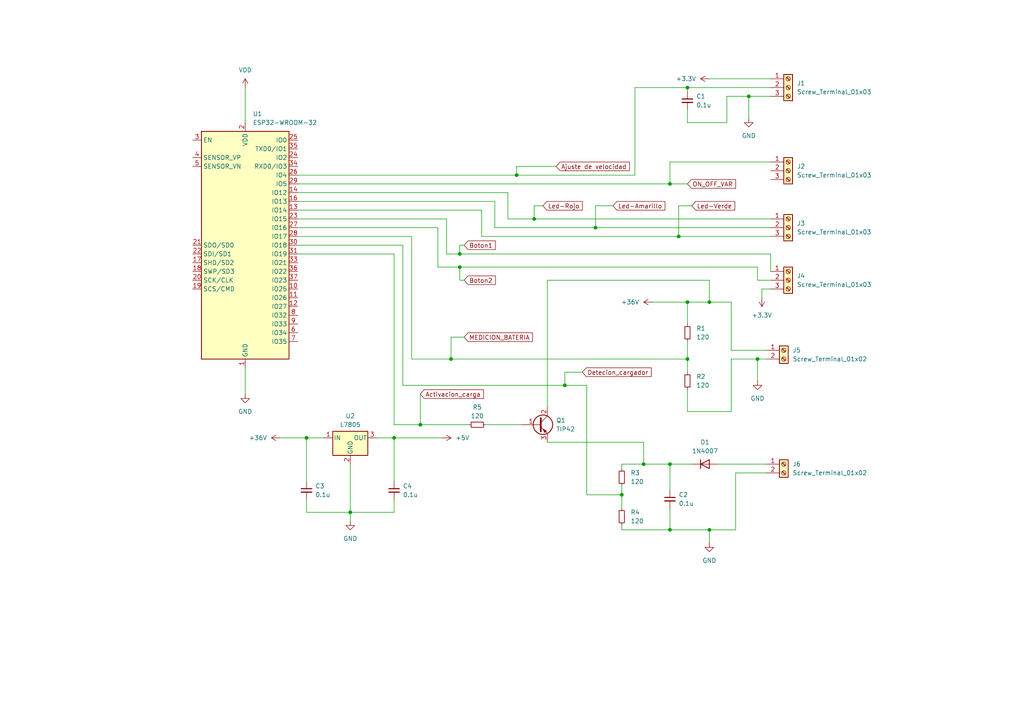
<source format=kicad_sch>
(kicad_sch
	(version 20231120)
	(generator "eeschema")
	(generator_version "8.0")
	(uuid "7b0eadc9-608f-4d59-8a85-3464a45ce592")
	(paper "A4")
	(lib_symbols
		(symbol "Connector:Screw_Terminal_01x02"
			(pin_names
				(offset 1.016) hide)
			(exclude_from_sim no)
			(in_bom yes)
			(on_board yes)
			(property "Reference" "J"
				(at 0 2.54 0)
				(effects
					(font
						(size 1.27 1.27)
					)
				)
			)
			(property "Value" "Screw_Terminal_01x02"
				(at 0 -5.08 0)
				(effects
					(font
						(size 1.27 1.27)
					)
				)
			)
			(property "Footprint" ""
				(at 0 0 0)
				(effects
					(font
						(size 1.27 1.27)
					)
					(hide yes)
				)
			)
			(property "Datasheet" "~"
				(at 0 0 0)
				(effects
					(font
						(size 1.27 1.27)
					)
					(hide yes)
				)
			)
			(property "Description" "Generic screw terminal, single row, 01x02, script generated (kicad-library-utils/schlib/autogen/connector/)"
				(at 0 0 0)
				(effects
					(font
						(size 1.27 1.27)
					)
					(hide yes)
				)
			)
			(property "ki_keywords" "screw terminal"
				(at 0 0 0)
				(effects
					(font
						(size 1.27 1.27)
					)
					(hide yes)
				)
			)
			(property "ki_fp_filters" "TerminalBlock*:*"
				(at 0 0 0)
				(effects
					(font
						(size 1.27 1.27)
					)
					(hide yes)
				)
			)
			(symbol "Screw_Terminal_01x02_1_1"
				(rectangle
					(start -1.27 1.27)
					(end 1.27 -3.81)
					(stroke
						(width 0.254)
						(type default)
					)
					(fill
						(type background)
					)
				)
				(circle
					(center 0 -2.54)
					(radius 0.635)
					(stroke
						(width 0.1524)
						(type default)
					)
					(fill
						(type none)
					)
				)
				(polyline
					(pts
						(xy -0.5334 -2.2098) (xy 0.3302 -3.048)
					)
					(stroke
						(width 0.1524)
						(type default)
					)
					(fill
						(type none)
					)
				)
				(polyline
					(pts
						(xy -0.5334 0.3302) (xy 0.3302 -0.508)
					)
					(stroke
						(width 0.1524)
						(type default)
					)
					(fill
						(type none)
					)
				)
				(polyline
					(pts
						(xy -0.3556 -2.032) (xy 0.508 -2.8702)
					)
					(stroke
						(width 0.1524)
						(type default)
					)
					(fill
						(type none)
					)
				)
				(polyline
					(pts
						(xy -0.3556 0.508) (xy 0.508 -0.3302)
					)
					(stroke
						(width 0.1524)
						(type default)
					)
					(fill
						(type none)
					)
				)
				(circle
					(center 0 0)
					(radius 0.635)
					(stroke
						(width 0.1524)
						(type default)
					)
					(fill
						(type none)
					)
				)
				(pin passive line
					(at -5.08 0 0)
					(length 3.81)
					(name "Pin_1"
						(effects
							(font
								(size 1.27 1.27)
							)
						)
					)
					(number "1"
						(effects
							(font
								(size 1.27 1.27)
							)
						)
					)
				)
				(pin passive line
					(at -5.08 -2.54 0)
					(length 3.81)
					(name "Pin_2"
						(effects
							(font
								(size 1.27 1.27)
							)
						)
					)
					(number "2"
						(effects
							(font
								(size 1.27 1.27)
							)
						)
					)
				)
			)
		)
		(symbol "Connector:Screw_Terminal_01x03"
			(pin_names
				(offset 1.016) hide)
			(exclude_from_sim no)
			(in_bom yes)
			(on_board yes)
			(property "Reference" "J"
				(at 0 5.08 0)
				(effects
					(font
						(size 1.27 1.27)
					)
				)
			)
			(property "Value" "Screw_Terminal_01x03"
				(at 0 -5.08 0)
				(effects
					(font
						(size 1.27 1.27)
					)
				)
			)
			(property "Footprint" ""
				(at 0 0 0)
				(effects
					(font
						(size 1.27 1.27)
					)
					(hide yes)
				)
			)
			(property "Datasheet" "~"
				(at 0 0 0)
				(effects
					(font
						(size 1.27 1.27)
					)
					(hide yes)
				)
			)
			(property "Description" "Generic screw terminal, single row, 01x03, script generated (kicad-library-utils/schlib/autogen/connector/)"
				(at 0 0 0)
				(effects
					(font
						(size 1.27 1.27)
					)
					(hide yes)
				)
			)
			(property "ki_keywords" "screw terminal"
				(at 0 0 0)
				(effects
					(font
						(size 1.27 1.27)
					)
					(hide yes)
				)
			)
			(property "ki_fp_filters" "TerminalBlock*:*"
				(at 0 0 0)
				(effects
					(font
						(size 1.27 1.27)
					)
					(hide yes)
				)
			)
			(symbol "Screw_Terminal_01x03_1_1"
				(rectangle
					(start -1.27 3.81)
					(end 1.27 -3.81)
					(stroke
						(width 0.254)
						(type default)
					)
					(fill
						(type background)
					)
				)
				(circle
					(center 0 -2.54)
					(radius 0.635)
					(stroke
						(width 0.1524)
						(type default)
					)
					(fill
						(type none)
					)
				)
				(polyline
					(pts
						(xy -0.5334 -2.2098) (xy 0.3302 -3.048)
					)
					(stroke
						(width 0.1524)
						(type default)
					)
					(fill
						(type none)
					)
				)
				(polyline
					(pts
						(xy -0.5334 0.3302) (xy 0.3302 -0.508)
					)
					(stroke
						(width 0.1524)
						(type default)
					)
					(fill
						(type none)
					)
				)
				(polyline
					(pts
						(xy -0.5334 2.8702) (xy 0.3302 2.032)
					)
					(stroke
						(width 0.1524)
						(type default)
					)
					(fill
						(type none)
					)
				)
				(polyline
					(pts
						(xy -0.3556 -2.032) (xy 0.508 -2.8702)
					)
					(stroke
						(width 0.1524)
						(type default)
					)
					(fill
						(type none)
					)
				)
				(polyline
					(pts
						(xy -0.3556 0.508) (xy 0.508 -0.3302)
					)
					(stroke
						(width 0.1524)
						(type default)
					)
					(fill
						(type none)
					)
				)
				(polyline
					(pts
						(xy -0.3556 3.048) (xy 0.508 2.2098)
					)
					(stroke
						(width 0.1524)
						(type default)
					)
					(fill
						(type none)
					)
				)
				(circle
					(center 0 0)
					(radius 0.635)
					(stroke
						(width 0.1524)
						(type default)
					)
					(fill
						(type none)
					)
				)
				(circle
					(center 0 2.54)
					(radius 0.635)
					(stroke
						(width 0.1524)
						(type default)
					)
					(fill
						(type none)
					)
				)
				(pin passive line
					(at -5.08 2.54 0)
					(length 3.81)
					(name "Pin_1"
						(effects
							(font
								(size 1.27 1.27)
							)
						)
					)
					(number "1"
						(effects
							(font
								(size 1.27 1.27)
							)
						)
					)
				)
				(pin passive line
					(at -5.08 0 0)
					(length 3.81)
					(name "Pin_2"
						(effects
							(font
								(size 1.27 1.27)
							)
						)
					)
					(number "2"
						(effects
							(font
								(size 1.27 1.27)
							)
						)
					)
				)
				(pin passive line
					(at -5.08 -2.54 0)
					(length 3.81)
					(name "Pin_3"
						(effects
							(font
								(size 1.27 1.27)
							)
						)
					)
					(number "3"
						(effects
							(font
								(size 1.27 1.27)
							)
						)
					)
				)
			)
		)
		(symbol "Device:C_Small"
			(pin_numbers hide)
			(pin_names
				(offset 0.254) hide)
			(exclude_from_sim no)
			(in_bom yes)
			(on_board yes)
			(property "Reference" "C"
				(at 0.254 1.778 0)
				(effects
					(font
						(size 1.27 1.27)
					)
					(justify left)
				)
			)
			(property "Value" "C_Small"
				(at 0.254 -2.032 0)
				(effects
					(font
						(size 1.27 1.27)
					)
					(justify left)
				)
			)
			(property "Footprint" ""
				(at 0 0 0)
				(effects
					(font
						(size 1.27 1.27)
					)
					(hide yes)
				)
			)
			(property "Datasheet" "~"
				(at 0 0 0)
				(effects
					(font
						(size 1.27 1.27)
					)
					(hide yes)
				)
			)
			(property "Description" "Unpolarized capacitor, small symbol"
				(at 0 0 0)
				(effects
					(font
						(size 1.27 1.27)
					)
					(hide yes)
				)
			)
			(property "ki_keywords" "capacitor cap"
				(at 0 0 0)
				(effects
					(font
						(size 1.27 1.27)
					)
					(hide yes)
				)
			)
			(property "ki_fp_filters" "C_*"
				(at 0 0 0)
				(effects
					(font
						(size 1.27 1.27)
					)
					(hide yes)
				)
			)
			(symbol "C_Small_0_1"
				(polyline
					(pts
						(xy -1.524 -0.508) (xy 1.524 -0.508)
					)
					(stroke
						(width 0.3302)
						(type default)
					)
					(fill
						(type none)
					)
				)
				(polyline
					(pts
						(xy -1.524 0.508) (xy 1.524 0.508)
					)
					(stroke
						(width 0.3048)
						(type default)
					)
					(fill
						(type none)
					)
				)
			)
			(symbol "C_Small_1_1"
				(pin passive line
					(at 0 2.54 270)
					(length 2.032)
					(name "~"
						(effects
							(font
								(size 1.27 1.27)
							)
						)
					)
					(number "1"
						(effects
							(font
								(size 1.27 1.27)
							)
						)
					)
				)
				(pin passive line
					(at 0 -2.54 90)
					(length 2.032)
					(name "~"
						(effects
							(font
								(size 1.27 1.27)
							)
						)
					)
					(number "2"
						(effects
							(font
								(size 1.27 1.27)
							)
						)
					)
				)
			)
		)
		(symbol "Device:R_Small"
			(pin_numbers hide)
			(pin_names
				(offset 0.254) hide)
			(exclude_from_sim no)
			(in_bom yes)
			(on_board yes)
			(property "Reference" "R"
				(at 0.762 0.508 0)
				(effects
					(font
						(size 1.27 1.27)
					)
					(justify left)
				)
			)
			(property "Value" "R_Small"
				(at 0.762 -1.016 0)
				(effects
					(font
						(size 1.27 1.27)
					)
					(justify left)
				)
			)
			(property "Footprint" ""
				(at 0 0 0)
				(effects
					(font
						(size 1.27 1.27)
					)
					(hide yes)
				)
			)
			(property "Datasheet" "~"
				(at 0 0 0)
				(effects
					(font
						(size 1.27 1.27)
					)
					(hide yes)
				)
			)
			(property "Description" "Resistor, small symbol"
				(at 0 0 0)
				(effects
					(font
						(size 1.27 1.27)
					)
					(hide yes)
				)
			)
			(property "ki_keywords" "R resistor"
				(at 0 0 0)
				(effects
					(font
						(size 1.27 1.27)
					)
					(hide yes)
				)
			)
			(property "ki_fp_filters" "R_*"
				(at 0 0 0)
				(effects
					(font
						(size 1.27 1.27)
					)
					(hide yes)
				)
			)
			(symbol "R_Small_0_1"
				(rectangle
					(start -0.762 1.778)
					(end 0.762 -1.778)
					(stroke
						(width 0.2032)
						(type default)
					)
					(fill
						(type none)
					)
				)
			)
			(symbol "R_Small_1_1"
				(pin passive line
					(at 0 2.54 270)
					(length 0.762)
					(name "~"
						(effects
							(font
								(size 1.27 1.27)
							)
						)
					)
					(number "1"
						(effects
							(font
								(size 1.27 1.27)
							)
						)
					)
				)
				(pin passive line
					(at 0 -2.54 90)
					(length 0.762)
					(name "~"
						(effects
							(font
								(size 1.27 1.27)
							)
						)
					)
					(number "2"
						(effects
							(font
								(size 1.27 1.27)
							)
						)
					)
				)
			)
		)
		(symbol "Diode:1N4007"
			(pin_numbers hide)
			(pin_names hide)
			(exclude_from_sim no)
			(in_bom yes)
			(on_board yes)
			(property "Reference" "D"
				(at 0 2.54 0)
				(effects
					(font
						(size 1.27 1.27)
					)
				)
			)
			(property "Value" "1N4007"
				(at 0 -2.54 0)
				(effects
					(font
						(size 1.27 1.27)
					)
				)
			)
			(property "Footprint" "Diode_THT:D_DO-41_SOD81_P10.16mm_Horizontal"
				(at 0 -4.445 0)
				(effects
					(font
						(size 1.27 1.27)
					)
					(hide yes)
				)
			)
			(property "Datasheet" "http://www.vishay.com/docs/88503/1n4001.pdf"
				(at 0 0 0)
				(effects
					(font
						(size 1.27 1.27)
					)
					(hide yes)
				)
			)
			(property "Description" "1000V 1A General Purpose Rectifier Diode, DO-41"
				(at 0 0 0)
				(effects
					(font
						(size 1.27 1.27)
					)
					(hide yes)
				)
			)
			(property "Sim.Device" "D"
				(at 0 0 0)
				(effects
					(font
						(size 1.27 1.27)
					)
					(hide yes)
				)
			)
			(property "Sim.Pins" "1=K 2=A"
				(at 0 0 0)
				(effects
					(font
						(size 1.27 1.27)
					)
					(hide yes)
				)
			)
			(property "ki_keywords" "diode"
				(at 0 0 0)
				(effects
					(font
						(size 1.27 1.27)
					)
					(hide yes)
				)
			)
			(property "ki_fp_filters" "D*DO?41*"
				(at 0 0 0)
				(effects
					(font
						(size 1.27 1.27)
					)
					(hide yes)
				)
			)
			(symbol "1N4007_0_1"
				(polyline
					(pts
						(xy -1.27 1.27) (xy -1.27 -1.27)
					)
					(stroke
						(width 0.254)
						(type default)
					)
					(fill
						(type none)
					)
				)
				(polyline
					(pts
						(xy 1.27 0) (xy -1.27 0)
					)
					(stroke
						(width 0)
						(type default)
					)
					(fill
						(type none)
					)
				)
				(polyline
					(pts
						(xy 1.27 1.27) (xy 1.27 -1.27) (xy -1.27 0) (xy 1.27 1.27)
					)
					(stroke
						(width 0.254)
						(type default)
					)
					(fill
						(type none)
					)
				)
			)
			(symbol "1N4007_1_1"
				(pin passive line
					(at -3.81 0 0)
					(length 2.54)
					(name "K"
						(effects
							(font
								(size 1.27 1.27)
							)
						)
					)
					(number "1"
						(effects
							(font
								(size 1.27 1.27)
							)
						)
					)
				)
				(pin passive line
					(at 3.81 0 180)
					(length 2.54)
					(name "A"
						(effects
							(font
								(size 1.27 1.27)
							)
						)
					)
					(number "2"
						(effects
							(font
								(size 1.27 1.27)
							)
						)
					)
				)
			)
		)
		(symbol "RF_Module:ESP32-WROOM-32"
			(exclude_from_sim no)
			(in_bom yes)
			(on_board yes)
			(property "Reference" "U"
				(at -12.7 34.29 0)
				(effects
					(font
						(size 1.27 1.27)
					)
					(justify left)
				)
			)
			(property "Value" "ESP32-WROOM-32"
				(at 1.27 34.29 0)
				(effects
					(font
						(size 1.27 1.27)
					)
					(justify left)
				)
			)
			(property "Footprint" "RF_Module:ESP32-WROOM-32"
				(at 0 -38.1 0)
				(effects
					(font
						(size 1.27 1.27)
					)
					(hide yes)
				)
			)
			(property "Datasheet" "https://www.espressif.com/sites/default/files/documentation/esp32-wroom-32_datasheet_en.pdf"
				(at -7.62 1.27 0)
				(effects
					(font
						(size 1.27 1.27)
					)
					(hide yes)
				)
			)
			(property "Description" "RF Module, ESP32-D0WDQ6 SoC, Wi-Fi 802.11b/g/n, Bluetooth, BLE, 32-bit, 2.7-3.6V, onboard antenna, SMD"
				(at 0 0 0)
				(effects
					(font
						(size 1.27 1.27)
					)
					(hide yes)
				)
			)
			(property "ki_keywords" "RF Radio BT ESP ESP32 Espressif onboard PCB antenna"
				(at 0 0 0)
				(effects
					(font
						(size 1.27 1.27)
					)
					(hide yes)
				)
			)
			(property "ki_fp_filters" "ESP32?WROOM?32*"
				(at 0 0 0)
				(effects
					(font
						(size 1.27 1.27)
					)
					(hide yes)
				)
			)
			(symbol "ESP32-WROOM-32_0_1"
				(rectangle
					(start -12.7 33.02)
					(end 12.7 -33.02)
					(stroke
						(width 0.254)
						(type default)
					)
					(fill
						(type background)
					)
				)
			)
			(symbol "ESP32-WROOM-32_1_1"
				(pin power_in line
					(at 0 -35.56 90)
					(length 2.54)
					(name "GND"
						(effects
							(font
								(size 1.27 1.27)
							)
						)
					)
					(number "1"
						(effects
							(font
								(size 1.27 1.27)
							)
						)
					)
				)
				(pin bidirectional line
					(at 15.24 -12.7 180)
					(length 2.54)
					(name "IO25"
						(effects
							(font
								(size 1.27 1.27)
							)
						)
					)
					(number "10"
						(effects
							(font
								(size 1.27 1.27)
							)
						)
					)
				)
				(pin bidirectional line
					(at 15.24 -15.24 180)
					(length 2.54)
					(name "IO26"
						(effects
							(font
								(size 1.27 1.27)
							)
						)
					)
					(number "11"
						(effects
							(font
								(size 1.27 1.27)
							)
						)
					)
				)
				(pin bidirectional line
					(at 15.24 -17.78 180)
					(length 2.54)
					(name "IO27"
						(effects
							(font
								(size 1.27 1.27)
							)
						)
					)
					(number "12"
						(effects
							(font
								(size 1.27 1.27)
							)
						)
					)
				)
				(pin bidirectional line
					(at 15.24 10.16 180)
					(length 2.54)
					(name "IO14"
						(effects
							(font
								(size 1.27 1.27)
							)
						)
					)
					(number "13"
						(effects
							(font
								(size 1.27 1.27)
							)
						)
					)
				)
				(pin bidirectional line
					(at 15.24 15.24 180)
					(length 2.54)
					(name "IO12"
						(effects
							(font
								(size 1.27 1.27)
							)
						)
					)
					(number "14"
						(effects
							(font
								(size 1.27 1.27)
							)
						)
					)
				)
				(pin passive line
					(at 0 -35.56 90)
					(length 2.54) hide
					(name "GND"
						(effects
							(font
								(size 1.27 1.27)
							)
						)
					)
					(number "15"
						(effects
							(font
								(size 1.27 1.27)
							)
						)
					)
				)
				(pin bidirectional line
					(at 15.24 12.7 180)
					(length 2.54)
					(name "IO13"
						(effects
							(font
								(size 1.27 1.27)
							)
						)
					)
					(number "16"
						(effects
							(font
								(size 1.27 1.27)
							)
						)
					)
				)
				(pin bidirectional line
					(at -15.24 -5.08 0)
					(length 2.54)
					(name "SHD/SD2"
						(effects
							(font
								(size 1.27 1.27)
							)
						)
					)
					(number "17"
						(effects
							(font
								(size 1.27 1.27)
							)
						)
					)
				)
				(pin bidirectional line
					(at -15.24 -7.62 0)
					(length 2.54)
					(name "SWP/SD3"
						(effects
							(font
								(size 1.27 1.27)
							)
						)
					)
					(number "18"
						(effects
							(font
								(size 1.27 1.27)
							)
						)
					)
				)
				(pin bidirectional line
					(at -15.24 -12.7 0)
					(length 2.54)
					(name "SCS/CMD"
						(effects
							(font
								(size 1.27 1.27)
							)
						)
					)
					(number "19"
						(effects
							(font
								(size 1.27 1.27)
							)
						)
					)
				)
				(pin power_in line
					(at 0 35.56 270)
					(length 2.54)
					(name "VDD"
						(effects
							(font
								(size 1.27 1.27)
							)
						)
					)
					(number "2"
						(effects
							(font
								(size 1.27 1.27)
							)
						)
					)
				)
				(pin bidirectional line
					(at -15.24 -10.16 0)
					(length 2.54)
					(name "SCK/CLK"
						(effects
							(font
								(size 1.27 1.27)
							)
						)
					)
					(number "20"
						(effects
							(font
								(size 1.27 1.27)
							)
						)
					)
				)
				(pin bidirectional line
					(at -15.24 0 0)
					(length 2.54)
					(name "SDO/SD0"
						(effects
							(font
								(size 1.27 1.27)
							)
						)
					)
					(number "21"
						(effects
							(font
								(size 1.27 1.27)
							)
						)
					)
				)
				(pin bidirectional line
					(at -15.24 -2.54 0)
					(length 2.54)
					(name "SDI/SD1"
						(effects
							(font
								(size 1.27 1.27)
							)
						)
					)
					(number "22"
						(effects
							(font
								(size 1.27 1.27)
							)
						)
					)
				)
				(pin bidirectional line
					(at 15.24 7.62 180)
					(length 2.54)
					(name "IO15"
						(effects
							(font
								(size 1.27 1.27)
							)
						)
					)
					(number "23"
						(effects
							(font
								(size 1.27 1.27)
							)
						)
					)
				)
				(pin bidirectional line
					(at 15.24 25.4 180)
					(length 2.54)
					(name "IO2"
						(effects
							(font
								(size 1.27 1.27)
							)
						)
					)
					(number "24"
						(effects
							(font
								(size 1.27 1.27)
							)
						)
					)
				)
				(pin bidirectional line
					(at 15.24 30.48 180)
					(length 2.54)
					(name "IO0"
						(effects
							(font
								(size 1.27 1.27)
							)
						)
					)
					(number "25"
						(effects
							(font
								(size 1.27 1.27)
							)
						)
					)
				)
				(pin bidirectional line
					(at 15.24 20.32 180)
					(length 2.54)
					(name "IO4"
						(effects
							(font
								(size 1.27 1.27)
							)
						)
					)
					(number "26"
						(effects
							(font
								(size 1.27 1.27)
							)
						)
					)
				)
				(pin bidirectional line
					(at 15.24 5.08 180)
					(length 2.54)
					(name "IO16"
						(effects
							(font
								(size 1.27 1.27)
							)
						)
					)
					(number "27"
						(effects
							(font
								(size 1.27 1.27)
							)
						)
					)
				)
				(pin bidirectional line
					(at 15.24 2.54 180)
					(length 2.54)
					(name "IO17"
						(effects
							(font
								(size 1.27 1.27)
							)
						)
					)
					(number "28"
						(effects
							(font
								(size 1.27 1.27)
							)
						)
					)
				)
				(pin bidirectional line
					(at 15.24 17.78 180)
					(length 2.54)
					(name "IO5"
						(effects
							(font
								(size 1.27 1.27)
							)
						)
					)
					(number "29"
						(effects
							(font
								(size 1.27 1.27)
							)
						)
					)
				)
				(pin input line
					(at -15.24 30.48 0)
					(length 2.54)
					(name "EN"
						(effects
							(font
								(size 1.27 1.27)
							)
						)
					)
					(number "3"
						(effects
							(font
								(size 1.27 1.27)
							)
						)
					)
				)
				(pin bidirectional line
					(at 15.24 0 180)
					(length 2.54)
					(name "IO18"
						(effects
							(font
								(size 1.27 1.27)
							)
						)
					)
					(number "30"
						(effects
							(font
								(size 1.27 1.27)
							)
						)
					)
				)
				(pin bidirectional line
					(at 15.24 -2.54 180)
					(length 2.54)
					(name "IO19"
						(effects
							(font
								(size 1.27 1.27)
							)
						)
					)
					(number "31"
						(effects
							(font
								(size 1.27 1.27)
							)
						)
					)
				)
				(pin no_connect line
					(at -12.7 -27.94 0)
					(length 2.54) hide
					(name "NC"
						(effects
							(font
								(size 1.27 1.27)
							)
						)
					)
					(number "32"
						(effects
							(font
								(size 1.27 1.27)
							)
						)
					)
				)
				(pin bidirectional line
					(at 15.24 -5.08 180)
					(length 2.54)
					(name "IO21"
						(effects
							(font
								(size 1.27 1.27)
							)
						)
					)
					(number "33"
						(effects
							(font
								(size 1.27 1.27)
							)
						)
					)
				)
				(pin bidirectional line
					(at 15.24 22.86 180)
					(length 2.54)
					(name "RXD0/IO3"
						(effects
							(font
								(size 1.27 1.27)
							)
						)
					)
					(number "34"
						(effects
							(font
								(size 1.27 1.27)
							)
						)
					)
				)
				(pin bidirectional line
					(at 15.24 27.94 180)
					(length 2.54)
					(name "TXD0/IO1"
						(effects
							(font
								(size 1.27 1.27)
							)
						)
					)
					(number "35"
						(effects
							(font
								(size 1.27 1.27)
							)
						)
					)
				)
				(pin bidirectional line
					(at 15.24 -7.62 180)
					(length 2.54)
					(name "IO22"
						(effects
							(font
								(size 1.27 1.27)
							)
						)
					)
					(number "36"
						(effects
							(font
								(size 1.27 1.27)
							)
						)
					)
				)
				(pin bidirectional line
					(at 15.24 -10.16 180)
					(length 2.54)
					(name "IO23"
						(effects
							(font
								(size 1.27 1.27)
							)
						)
					)
					(number "37"
						(effects
							(font
								(size 1.27 1.27)
							)
						)
					)
				)
				(pin passive line
					(at 0 -35.56 90)
					(length 2.54) hide
					(name "GND"
						(effects
							(font
								(size 1.27 1.27)
							)
						)
					)
					(number "38"
						(effects
							(font
								(size 1.27 1.27)
							)
						)
					)
				)
				(pin passive line
					(at 0 -35.56 90)
					(length 2.54) hide
					(name "GND"
						(effects
							(font
								(size 1.27 1.27)
							)
						)
					)
					(number "39"
						(effects
							(font
								(size 1.27 1.27)
							)
						)
					)
				)
				(pin input line
					(at -15.24 25.4 0)
					(length 2.54)
					(name "SENSOR_VP"
						(effects
							(font
								(size 1.27 1.27)
							)
						)
					)
					(number "4"
						(effects
							(font
								(size 1.27 1.27)
							)
						)
					)
				)
				(pin input line
					(at -15.24 22.86 0)
					(length 2.54)
					(name "SENSOR_VN"
						(effects
							(font
								(size 1.27 1.27)
							)
						)
					)
					(number "5"
						(effects
							(font
								(size 1.27 1.27)
							)
						)
					)
				)
				(pin input line
					(at 15.24 -25.4 180)
					(length 2.54)
					(name "IO34"
						(effects
							(font
								(size 1.27 1.27)
							)
						)
					)
					(number "6"
						(effects
							(font
								(size 1.27 1.27)
							)
						)
					)
				)
				(pin input line
					(at 15.24 -27.94 180)
					(length 2.54)
					(name "IO35"
						(effects
							(font
								(size 1.27 1.27)
							)
						)
					)
					(number "7"
						(effects
							(font
								(size 1.27 1.27)
							)
						)
					)
				)
				(pin bidirectional line
					(at 15.24 -20.32 180)
					(length 2.54)
					(name "IO32"
						(effects
							(font
								(size 1.27 1.27)
							)
						)
					)
					(number "8"
						(effects
							(font
								(size 1.27 1.27)
							)
						)
					)
				)
				(pin bidirectional line
					(at 15.24 -22.86 180)
					(length 2.54)
					(name "IO33"
						(effects
							(font
								(size 1.27 1.27)
							)
						)
					)
					(number "9"
						(effects
							(font
								(size 1.27 1.27)
							)
						)
					)
				)
			)
		)
		(symbol "Regulator_Linear:L7805"
			(pin_names
				(offset 0.254)
			)
			(exclude_from_sim no)
			(in_bom yes)
			(on_board yes)
			(property "Reference" "U"
				(at -3.81 3.175 0)
				(effects
					(font
						(size 1.27 1.27)
					)
				)
			)
			(property "Value" "L7805"
				(at 0 3.175 0)
				(effects
					(font
						(size 1.27 1.27)
					)
					(justify left)
				)
			)
			(property "Footprint" ""
				(at 0.635 -3.81 0)
				(effects
					(font
						(size 1.27 1.27)
						(italic yes)
					)
					(justify left)
					(hide yes)
				)
			)
			(property "Datasheet" "http://www.st.com/content/ccc/resource/technical/document/datasheet/41/4f/b3/b0/12/d4/47/88/CD00000444.pdf/files/CD00000444.pdf/jcr:content/translations/en.CD00000444.pdf"
				(at 0 -1.27 0)
				(effects
					(font
						(size 1.27 1.27)
					)
					(hide yes)
				)
			)
			(property "Description" "Positive 1.5A 35V Linear Regulator, Fixed Output 5V, TO-220/TO-263/TO-252"
				(at 0 0 0)
				(effects
					(font
						(size 1.27 1.27)
					)
					(hide yes)
				)
			)
			(property "ki_keywords" "Voltage Regulator 1.5A Positive"
				(at 0 0 0)
				(effects
					(font
						(size 1.27 1.27)
					)
					(hide yes)
				)
			)
			(property "ki_fp_filters" "TO?252* TO?263* TO?220*"
				(at 0 0 0)
				(effects
					(font
						(size 1.27 1.27)
					)
					(hide yes)
				)
			)
			(symbol "L7805_0_1"
				(rectangle
					(start -5.08 1.905)
					(end 5.08 -5.08)
					(stroke
						(width 0.254)
						(type default)
					)
					(fill
						(type background)
					)
				)
			)
			(symbol "L7805_1_1"
				(pin power_in line
					(at -7.62 0 0)
					(length 2.54)
					(name "IN"
						(effects
							(font
								(size 1.27 1.27)
							)
						)
					)
					(number "1"
						(effects
							(font
								(size 1.27 1.27)
							)
						)
					)
				)
				(pin power_in line
					(at 0 -7.62 90)
					(length 2.54)
					(name "GND"
						(effects
							(font
								(size 1.27 1.27)
							)
						)
					)
					(number "2"
						(effects
							(font
								(size 1.27 1.27)
							)
						)
					)
				)
				(pin power_out line
					(at 7.62 0 180)
					(length 2.54)
					(name "OUT"
						(effects
							(font
								(size 1.27 1.27)
							)
						)
					)
					(number "3"
						(effects
							(font
								(size 1.27 1.27)
							)
						)
					)
				)
			)
		)
		(symbol "Transistor_BJT:TIP42"
			(pin_names
				(offset 0) hide)
			(exclude_from_sim no)
			(in_bom yes)
			(on_board yes)
			(property "Reference" "Q"
				(at 6.35 1.905 0)
				(effects
					(font
						(size 1.27 1.27)
					)
					(justify left)
				)
			)
			(property "Value" "TIP42"
				(at 6.35 0 0)
				(effects
					(font
						(size 1.27 1.27)
					)
					(justify left)
				)
			)
			(property "Footprint" "Package_TO_SOT_THT:TO-220-3_Vertical"
				(at 6.35 -1.905 0)
				(effects
					(font
						(size 1.27 1.27)
						(italic yes)
					)
					(justify left)
					(hide yes)
				)
			)
			(property "Datasheet" "https://www.centralsemi.com/get_document.php?cmp=1&mergetype=pd&mergepath=pd&pdf_id=TIP42.PDF"
				(at 0 0 0)
				(effects
					(font
						(size 1.27 1.27)
					)
					(justify left)
					(hide yes)
				)
			)
			(property "Description" "-6A Ic, -40V Vce, Power PNP Transistor, TO-220"
				(at 0 0 0)
				(effects
					(font
						(size 1.27 1.27)
					)
					(hide yes)
				)
			)
			(property "ki_keywords" "power PNP Transistor"
				(at 0 0 0)
				(effects
					(font
						(size 1.27 1.27)
					)
					(hide yes)
				)
			)
			(property "ki_fp_filters" "TO?220*"
				(at 0 0 0)
				(effects
					(font
						(size 1.27 1.27)
					)
					(hide yes)
				)
			)
			(symbol "TIP42_0_1"
				(polyline
					(pts
						(xy 0.635 0.635) (xy 2.54 2.54)
					)
					(stroke
						(width 0)
						(type default)
					)
					(fill
						(type none)
					)
				)
				(polyline
					(pts
						(xy 0.635 -0.635) (xy 2.54 -2.54) (xy 2.54 -2.54)
					)
					(stroke
						(width 0)
						(type default)
					)
					(fill
						(type none)
					)
				)
				(polyline
					(pts
						(xy 0.635 1.905) (xy 0.635 -1.905) (xy 0.635 -1.905)
					)
					(stroke
						(width 0.508)
						(type default)
					)
					(fill
						(type none)
					)
				)
				(polyline
					(pts
						(xy 2.286 -1.778) (xy 1.778 -2.286) (xy 1.27 -1.27) (xy 2.286 -1.778) (xy 2.286 -1.778)
					)
					(stroke
						(width 0)
						(type default)
					)
					(fill
						(type outline)
					)
				)
				(circle
					(center 1.27 0)
					(radius 2.8194)
					(stroke
						(width 0.254)
						(type default)
					)
					(fill
						(type none)
					)
				)
			)
			(symbol "TIP42_1_1"
				(pin input line
					(at -5.08 0 0)
					(length 5.715)
					(name "B"
						(effects
							(font
								(size 1.27 1.27)
							)
						)
					)
					(number "1"
						(effects
							(font
								(size 1.27 1.27)
							)
						)
					)
				)
				(pin passive line
					(at 2.54 5.08 270)
					(length 2.54)
					(name "C"
						(effects
							(font
								(size 1.27 1.27)
							)
						)
					)
					(number "2"
						(effects
							(font
								(size 1.27 1.27)
							)
						)
					)
				)
				(pin passive line
					(at 2.54 -5.08 90)
					(length 2.54)
					(name "E"
						(effects
							(font
								(size 1.27 1.27)
							)
						)
					)
					(number "3"
						(effects
							(font
								(size 1.27 1.27)
							)
						)
					)
				)
			)
		)
		(symbol "power:+3.3V"
			(power)
			(pin_numbers hide)
			(pin_names
				(offset 0) hide)
			(exclude_from_sim no)
			(in_bom yes)
			(on_board yes)
			(property "Reference" "#PWR"
				(at 0 -3.81 0)
				(effects
					(font
						(size 1.27 1.27)
					)
					(hide yes)
				)
			)
			(property "Value" "+3.3V"
				(at 0 3.556 0)
				(effects
					(font
						(size 1.27 1.27)
					)
				)
			)
			(property "Footprint" ""
				(at 0 0 0)
				(effects
					(font
						(size 1.27 1.27)
					)
					(hide yes)
				)
			)
			(property "Datasheet" ""
				(at 0 0 0)
				(effects
					(font
						(size 1.27 1.27)
					)
					(hide yes)
				)
			)
			(property "Description" "Power symbol creates a global label with name \"+3.3V\""
				(at 0 0 0)
				(effects
					(font
						(size 1.27 1.27)
					)
					(hide yes)
				)
			)
			(property "ki_keywords" "global power"
				(at 0 0 0)
				(effects
					(font
						(size 1.27 1.27)
					)
					(hide yes)
				)
			)
			(symbol "+3.3V_0_1"
				(polyline
					(pts
						(xy -0.762 1.27) (xy 0 2.54)
					)
					(stroke
						(width 0)
						(type default)
					)
					(fill
						(type none)
					)
				)
				(polyline
					(pts
						(xy 0 0) (xy 0 2.54)
					)
					(stroke
						(width 0)
						(type default)
					)
					(fill
						(type none)
					)
				)
				(polyline
					(pts
						(xy 0 2.54) (xy 0.762 1.27)
					)
					(stroke
						(width 0)
						(type default)
					)
					(fill
						(type none)
					)
				)
			)
			(symbol "+3.3V_1_1"
				(pin power_in line
					(at 0 0 90)
					(length 0)
					(name "~"
						(effects
							(font
								(size 1.27 1.27)
							)
						)
					)
					(number "1"
						(effects
							(font
								(size 1.27 1.27)
							)
						)
					)
				)
			)
		)
		(symbol "power:+36V"
			(power)
			(pin_numbers hide)
			(pin_names
				(offset 0) hide)
			(exclude_from_sim no)
			(in_bom yes)
			(on_board yes)
			(property "Reference" "#PWR"
				(at 0 -3.81 0)
				(effects
					(font
						(size 1.27 1.27)
					)
					(hide yes)
				)
			)
			(property "Value" "+36V"
				(at 0 3.556 0)
				(effects
					(font
						(size 1.27 1.27)
					)
				)
			)
			(property "Footprint" ""
				(at 0 0 0)
				(effects
					(font
						(size 1.27 1.27)
					)
					(hide yes)
				)
			)
			(property "Datasheet" ""
				(at 0 0 0)
				(effects
					(font
						(size 1.27 1.27)
					)
					(hide yes)
				)
			)
			(property "Description" "Power symbol creates a global label with name \"+36V\""
				(at 0 0 0)
				(effects
					(font
						(size 1.27 1.27)
					)
					(hide yes)
				)
			)
			(property "ki_keywords" "global power"
				(at 0 0 0)
				(effects
					(font
						(size 1.27 1.27)
					)
					(hide yes)
				)
			)
			(symbol "+36V_0_1"
				(polyline
					(pts
						(xy -0.762 1.27) (xy 0 2.54)
					)
					(stroke
						(width 0)
						(type default)
					)
					(fill
						(type none)
					)
				)
				(polyline
					(pts
						(xy 0 0) (xy 0 2.54)
					)
					(stroke
						(width 0)
						(type default)
					)
					(fill
						(type none)
					)
				)
				(polyline
					(pts
						(xy 0 2.54) (xy 0.762 1.27)
					)
					(stroke
						(width 0)
						(type default)
					)
					(fill
						(type none)
					)
				)
			)
			(symbol "+36V_1_1"
				(pin power_in line
					(at 0 0 90)
					(length 0)
					(name "~"
						(effects
							(font
								(size 1.27 1.27)
							)
						)
					)
					(number "1"
						(effects
							(font
								(size 1.27 1.27)
							)
						)
					)
				)
			)
		)
		(symbol "power:+5V"
			(power)
			(pin_numbers hide)
			(pin_names
				(offset 0) hide)
			(exclude_from_sim no)
			(in_bom yes)
			(on_board yes)
			(property "Reference" "#PWR"
				(at 0 -3.81 0)
				(effects
					(font
						(size 1.27 1.27)
					)
					(hide yes)
				)
			)
			(property "Value" "+5V"
				(at 0 3.556 0)
				(effects
					(font
						(size 1.27 1.27)
					)
				)
			)
			(property "Footprint" ""
				(at 0 0 0)
				(effects
					(font
						(size 1.27 1.27)
					)
					(hide yes)
				)
			)
			(property "Datasheet" ""
				(at 0 0 0)
				(effects
					(font
						(size 1.27 1.27)
					)
					(hide yes)
				)
			)
			(property "Description" "Power symbol creates a global label with name \"+5V\""
				(at 0 0 0)
				(effects
					(font
						(size 1.27 1.27)
					)
					(hide yes)
				)
			)
			(property "ki_keywords" "global power"
				(at 0 0 0)
				(effects
					(font
						(size 1.27 1.27)
					)
					(hide yes)
				)
			)
			(symbol "+5V_0_1"
				(polyline
					(pts
						(xy -0.762 1.27) (xy 0 2.54)
					)
					(stroke
						(width 0)
						(type default)
					)
					(fill
						(type none)
					)
				)
				(polyline
					(pts
						(xy 0 0) (xy 0 2.54)
					)
					(stroke
						(width 0)
						(type default)
					)
					(fill
						(type none)
					)
				)
				(polyline
					(pts
						(xy 0 2.54) (xy 0.762 1.27)
					)
					(stroke
						(width 0)
						(type default)
					)
					(fill
						(type none)
					)
				)
			)
			(symbol "+5V_1_1"
				(pin power_in line
					(at 0 0 90)
					(length 0)
					(name "~"
						(effects
							(font
								(size 1.27 1.27)
							)
						)
					)
					(number "1"
						(effects
							(font
								(size 1.27 1.27)
							)
						)
					)
				)
			)
		)
		(symbol "power:GND"
			(power)
			(pin_numbers hide)
			(pin_names
				(offset 0) hide)
			(exclude_from_sim no)
			(in_bom yes)
			(on_board yes)
			(property "Reference" "#PWR"
				(at 0 -6.35 0)
				(effects
					(font
						(size 1.27 1.27)
					)
					(hide yes)
				)
			)
			(property "Value" "GND"
				(at 0 -3.81 0)
				(effects
					(font
						(size 1.27 1.27)
					)
				)
			)
			(property "Footprint" ""
				(at 0 0 0)
				(effects
					(font
						(size 1.27 1.27)
					)
					(hide yes)
				)
			)
			(property "Datasheet" ""
				(at 0 0 0)
				(effects
					(font
						(size 1.27 1.27)
					)
					(hide yes)
				)
			)
			(property "Description" "Power symbol creates a global label with name \"GND\" , ground"
				(at 0 0 0)
				(effects
					(font
						(size 1.27 1.27)
					)
					(hide yes)
				)
			)
			(property "ki_keywords" "global power"
				(at 0 0 0)
				(effects
					(font
						(size 1.27 1.27)
					)
					(hide yes)
				)
			)
			(symbol "GND_0_1"
				(polyline
					(pts
						(xy 0 0) (xy 0 -1.27) (xy 1.27 -1.27) (xy 0 -2.54) (xy -1.27 -1.27) (xy 0 -1.27)
					)
					(stroke
						(width 0)
						(type default)
					)
					(fill
						(type none)
					)
				)
			)
			(symbol "GND_1_1"
				(pin power_in line
					(at 0 0 270)
					(length 0)
					(name "~"
						(effects
							(font
								(size 1.27 1.27)
							)
						)
					)
					(number "1"
						(effects
							(font
								(size 1.27 1.27)
							)
						)
					)
				)
			)
		)
		(symbol "power:VDD"
			(power)
			(pin_numbers hide)
			(pin_names
				(offset 0) hide)
			(exclude_from_sim no)
			(in_bom yes)
			(on_board yes)
			(property "Reference" "#PWR"
				(at 0 -3.81 0)
				(effects
					(font
						(size 1.27 1.27)
					)
					(hide yes)
				)
			)
			(property "Value" "VDD"
				(at 0 3.556 0)
				(effects
					(font
						(size 1.27 1.27)
					)
				)
			)
			(property "Footprint" ""
				(at 0 0 0)
				(effects
					(font
						(size 1.27 1.27)
					)
					(hide yes)
				)
			)
			(property "Datasheet" ""
				(at 0 0 0)
				(effects
					(font
						(size 1.27 1.27)
					)
					(hide yes)
				)
			)
			(property "Description" "Power symbol creates a global label with name \"VDD\""
				(at 0 0 0)
				(effects
					(font
						(size 1.27 1.27)
					)
					(hide yes)
				)
			)
			(property "ki_keywords" "global power"
				(at 0 0 0)
				(effects
					(font
						(size 1.27 1.27)
					)
					(hide yes)
				)
			)
			(symbol "VDD_0_1"
				(polyline
					(pts
						(xy -0.762 1.27) (xy 0 2.54)
					)
					(stroke
						(width 0)
						(type default)
					)
					(fill
						(type none)
					)
				)
				(polyline
					(pts
						(xy 0 0) (xy 0 2.54)
					)
					(stroke
						(width 0)
						(type default)
					)
					(fill
						(type none)
					)
				)
				(polyline
					(pts
						(xy 0 2.54) (xy 0.762 1.27)
					)
					(stroke
						(width 0)
						(type default)
					)
					(fill
						(type none)
					)
				)
			)
			(symbol "VDD_1_1"
				(pin power_in line
					(at 0 0 90)
					(length 0)
					(name "~"
						(effects
							(font
								(size 1.27 1.27)
							)
						)
					)
					(number "1"
						(effects
							(font
								(size 1.27 1.27)
							)
						)
					)
				)
			)
		)
	)
	(junction
		(at 194.31 134.62)
		(diameter 0)
		(color 0 0 0 0)
		(uuid "0958909c-016e-4aec-b361-32cea81bbbd7")
	)
	(junction
		(at 133.35 77.47)
		(diameter 0)
		(color 0 0 0 0)
		(uuid "0f91ba00-1310-4de9-9453-2f83c9d97b44")
	)
	(junction
		(at 130.81 104.14)
		(diameter 0)
		(color 0 0 0 0)
		(uuid "221bfe35-b346-4b35-a505-576bea480220")
	)
	(junction
		(at 199.39 25.4)
		(diameter 0)
		(color 0 0 0 0)
		(uuid "238b367d-fdbb-4422-bab5-75bb2d95e58c")
	)
	(junction
		(at 205.74 87.63)
		(diameter 0)
		(color 0 0 0 0)
		(uuid "2847dbc8-4a93-44b4-a151-6c056ab2d06d")
	)
	(junction
		(at 217.17 27.94)
		(diameter 0)
		(color 0 0 0 0)
		(uuid "3b1f729d-2e1e-4882-b3f5-e896b7f6f35e")
	)
	(junction
		(at 101.6 148.59)
		(diameter 0)
		(color 0 0 0 0)
		(uuid "3c3515ec-d34f-4b49-ae64-cf54d0b91a96")
	)
	(junction
		(at 163.83 111.76)
		(diameter 0)
		(color 0 0 0 0)
		(uuid "410d873a-5289-4130-b1fc-b6e4363fcdb0")
	)
	(junction
		(at 205.74 153.67)
		(diameter 0)
		(color 0 0 0 0)
		(uuid "4301fb7e-dad5-4a98-a35f-7c57937af7a0")
	)
	(junction
		(at 172.72 66.04)
		(diameter 0)
		(color 0 0 0 0)
		(uuid "46747813-b93b-4d00-bc6d-d7a81fde518e")
	)
	(junction
		(at 199.39 104.14)
		(diameter 0)
		(color 0 0 0 0)
		(uuid "4c4113cb-e6c1-4216-ab2c-539cbaab2191")
	)
	(junction
		(at 219.71 104.14)
		(diameter 0)
		(color 0 0 0 0)
		(uuid "66d83466-0248-4354-b12a-1f31bc8d1e51")
	)
	(junction
		(at 186.69 134.62)
		(diameter 0)
		(color 0 0 0 0)
		(uuid "6c20e28a-fcc4-43ab-a323-d337ce22e7e8")
	)
	(junction
		(at 196.85 68.58)
		(diameter 0)
		(color 0 0 0 0)
		(uuid "7a02af46-1e59-40ce-b9c9-f1b5bdedb4f5")
	)
	(junction
		(at 180.34 143.51)
		(diameter 0)
		(color 0 0 0 0)
		(uuid "8ae38413-a183-45ce-bcac-3fb934cd5b94")
	)
	(junction
		(at 194.31 153.67)
		(diameter 0)
		(color 0 0 0 0)
		(uuid "8baf034c-5a90-44bf-a3ab-b67d037ca9c8")
	)
	(junction
		(at 149.86 50.8)
		(diameter 0)
		(color 0 0 0 0)
		(uuid "91766a82-43fe-412f-929b-68dec87685dd")
	)
	(junction
		(at 194.31 53.34)
		(diameter 0)
		(color 0 0 0 0)
		(uuid "a1a745cf-9bb5-4a31-8c15-3bf3a5301453")
	)
	(junction
		(at 154.94 63.5)
		(diameter 0)
		(color 0 0 0 0)
		(uuid "ae2f1d43-e509-41a6-b436-8413830cfbac")
	)
	(junction
		(at 114.3 127)
		(diameter 0)
		(color 0 0 0 0)
		(uuid "b2f03b2e-4ea2-4997-b57c-4e6814365075")
	)
	(junction
		(at 133.35 73.66)
		(diameter 0)
		(color 0 0 0 0)
		(uuid "beaad929-f0e2-4dc6-b291-43c077b93594")
	)
	(junction
		(at 199.39 87.63)
		(diameter 0)
		(color 0 0 0 0)
		(uuid "d475b4ad-9666-49fa-89e5-71b28e7db77c")
	)
	(junction
		(at 121.92 123.19)
		(diameter 0)
		(color 0 0 0 0)
		(uuid "e6985535-cf2a-49a1-8d4d-9c80414a398e")
	)
	(junction
		(at 88.9 127)
		(diameter 0)
		(color 0 0 0 0)
		(uuid "f59b17ae-6ea8-425d-b24b-9a8ddb034131")
	)
	(wire
		(pts
			(xy 133.35 77.47) (xy 219.71 77.47)
		)
		(stroke
			(width 0)
			(type default)
		)
		(uuid "052db2be-ed05-4eb4-8594-e02471d7b754")
	)
	(wire
		(pts
			(xy 184.15 50.8) (xy 184.15 25.4)
		)
		(stroke
			(width 0)
			(type default)
		)
		(uuid "0ca6146d-5e72-48eb-86e7-a726c7ececb1")
	)
	(wire
		(pts
			(xy 212.09 104.14) (xy 212.09 119.38)
		)
		(stroke
			(width 0)
			(type default)
		)
		(uuid "0ec67a37-9601-4375-9c37-df9cda72e612")
	)
	(wire
		(pts
			(xy 109.22 127) (xy 114.3 127)
		)
		(stroke
			(width 0)
			(type default)
		)
		(uuid "0f840a09-fb5c-496d-b094-6d60e106df92")
	)
	(wire
		(pts
			(xy 200.66 59.69) (xy 196.85 59.69)
		)
		(stroke
			(width 0)
			(type default)
		)
		(uuid "110f1506-bb32-45ee-9a66-2838b974ad64")
	)
	(wire
		(pts
			(xy 220.98 83.82) (xy 220.98 86.36)
		)
		(stroke
			(width 0)
			(type default)
		)
		(uuid "13bb60bd-293d-43a4-b40e-43f7dd6bc509")
	)
	(wire
		(pts
			(xy 158.75 128.27) (xy 186.69 128.27)
		)
		(stroke
			(width 0)
			(type default)
		)
		(uuid "14f3c799-ae50-4f65-8b78-882cc53343cd")
	)
	(wire
		(pts
			(xy 114.3 123.19) (xy 121.92 123.19)
		)
		(stroke
			(width 0)
			(type default)
		)
		(uuid "1b38d276-2718-4589-bb9f-efb6a59227f4")
	)
	(wire
		(pts
			(xy 177.8 59.69) (xy 172.72 59.69)
		)
		(stroke
			(width 0)
			(type default)
		)
		(uuid "1d23d4cd-33a7-43a8-a323-ed4b8a323b81")
	)
	(wire
		(pts
			(xy 168.91 107.95) (xy 163.83 107.95)
		)
		(stroke
			(width 0)
			(type default)
		)
		(uuid "1dfd1777-edb8-48f4-a8ec-b677216c4708")
	)
	(wire
		(pts
			(xy 213.36 137.16) (xy 213.36 153.67)
		)
		(stroke
			(width 0)
			(type default)
		)
		(uuid "1f12edaa-1ff2-4a5a-a8f8-83921dd16a1c")
	)
	(wire
		(pts
			(xy 219.71 81.28) (xy 223.52 81.28)
		)
		(stroke
			(width 0)
			(type default)
		)
		(uuid "21883574-1e64-4486-8003-f9f2d4d5a75c")
	)
	(wire
		(pts
			(xy 194.31 46.99) (xy 223.52 46.99)
		)
		(stroke
			(width 0)
			(type default)
		)
		(uuid "2522c52e-8b83-42c6-a4a4-a07458d74101")
	)
	(wire
		(pts
			(xy 134.62 71.12) (xy 133.35 71.12)
		)
		(stroke
			(width 0)
			(type default)
		)
		(uuid "253f7596-e1b0-4e34-b8ac-9e84105f03bc")
	)
	(wire
		(pts
			(xy 134.62 97.79) (xy 130.81 97.79)
		)
		(stroke
			(width 0)
			(type default)
		)
		(uuid "255e486a-e606-435d-80f0-dfbff9b6f31d")
	)
	(wire
		(pts
			(xy 133.35 81.28) (xy 133.35 77.47)
		)
		(stroke
			(width 0)
			(type default)
		)
		(uuid "28ac440c-556e-43a0-b1a3-377f470e4ed3")
	)
	(wire
		(pts
			(xy 114.3 73.66) (xy 114.3 123.19)
		)
		(stroke
			(width 0)
			(type default)
		)
		(uuid "2ba3b213-252c-4076-9856-0805bd1c3d3d")
	)
	(wire
		(pts
			(xy 161.29 48.26) (xy 149.86 48.26)
		)
		(stroke
			(width 0)
			(type default)
		)
		(uuid "2ccac9ed-c3a9-41d1-9ceb-803a144082b3")
	)
	(wire
		(pts
			(xy 222.25 137.16) (xy 213.36 137.16)
		)
		(stroke
			(width 0)
			(type default)
		)
		(uuid "2d19d41e-5831-4d05-b4d7-28fa5c61f2a4")
	)
	(wire
		(pts
			(xy 86.36 63.5) (xy 129.54 63.5)
		)
		(stroke
			(width 0)
			(type default)
		)
		(uuid "2daba4f5-6b37-4d78-af06-6a949877eb41")
	)
	(wire
		(pts
			(xy 205.74 153.67) (xy 205.74 157.48)
		)
		(stroke
			(width 0)
			(type default)
		)
		(uuid "2e9b73c6-0fff-41a0-b926-8d1125021cf8")
	)
	(wire
		(pts
			(xy 180.34 140.97) (xy 180.34 143.51)
		)
		(stroke
			(width 0)
			(type default)
		)
		(uuid "335bc316-31c2-4f56-980b-4374f45b458f")
	)
	(wire
		(pts
			(xy 130.81 97.79) (xy 130.81 104.14)
		)
		(stroke
			(width 0)
			(type default)
		)
		(uuid "354359d0-63cd-4951-b483-b0820c2bf235")
	)
	(wire
		(pts
			(xy 199.39 113.03) (xy 199.39 119.38)
		)
		(stroke
			(width 0)
			(type default)
		)
		(uuid "35b1fa83-8e35-4717-a63a-e994a7f94337")
	)
	(wire
		(pts
			(xy 86.36 55.88) (xy 147.32 55.88)
		)
		(stroke
			(width 0)
			(type default)
		)
		(uuid "37bae375-3e54-4a11-8b3e-8ec099acdef0")
	)
	(wire
		(pts
			(xy 121.92 114.3) (xy 121.92 123.19)
		)
		(stroke
			(width 0)
			(type default)
		)
		(uuid "37da9f80-9911-470f-97a2-a51ff2a1a54d")
	)
	(wire
		(pts
			(xy 223.52 27.94) (xy 217.17 27.94)
		)
		(stroke
			(width 0)
			(type default)
		)
		(uuid "3a722a91-d5fb-459e-8549-3b2c6a1e20f6")
	)
	(wire
		(pts
			(xy 86.36 71.12) (xy 116.84 71.12)
		)
		(stroke
			(width 0)
			(type default)
		)
		(uuid "3cd1d0ef-76e7-4892-a3b7-22e6096b38e0")
	)
	(wire
		(pts
			(xy 219.71 104.14) (xy 212.09 104.14)
		)
		(stroke
			(width 0)
			(type default)
		)
		(uuid "4003d019-b5ef-4ea8-8ab7-fd56fd9770f4")
	)
	(wire
		(pts
			(xy 121.92 123.19) (xy 135.89 123.19)
		)
		(stroke
			(width 0)
			(type default)
		)
		(uuid "41e11c28-06d9-46d9-9a6e-b2a66696ebbe")
	)
	(wire
		(pts
			(xy 180.34 153.67) (xy 194.31 153.67)
		)
		(stroke
			(width 0)
			(type default)
		)
		(uuid "4219757e-9e12-4189-99f7-dee09ae864bd")
	)
	(wire
		(pts
			(xy 86.36 58.42) (xy 143.51 58.42)
		)
		(stroke
			(width 0)
			(type default)
		)
		(uuid "42cc4976-3690-44a0-9ae5-be52def0caf1")
	)
	(wire
		(pts
			(xy 149.86 48.26) (xy 149.86 50.8)
		)
		(stroke
			(width 0)
			(type default)
		)
		(uuid "4409672b-8c37-405b-b8ba-828eaa1ec000")
	)
	(wire
		(pts
			(xy 180.34 134.62) (xy 186.69 134.62)
		)
		(stroke
			(width 0)
			(type default)
		)
		(uuid "446f1e66-6461-41a9-97ad-ad6601a671ed")
	)
	(wire
		(pts
			(xy 217.17 34.29) (xy 217.17 27.94)
		)
		(stroke
			(width 0)
			(type default)
		)
		(uuid "45eb15f3-bda5-479a-8e3e-e87e5a7ccd83")
	)
	(wire
		(pts
			(xy 81.28 127) (xy 88.9 127)
		)
		(stroke
			(width 0)
			(type default)
		)
		(uuid "4793d3c4-5fc9-4d13-9584-25b12bb87ded")
	)
	(wire
		(pts
			(xy 199.39 104.14) (xy 199.39 107.95)
		)
		(stroke
			(width 0)
			(type default)
		)
		(uuid "48d5034c-aaae-4ce2-930e-a3c41ee393f4")
	)
	(wire
		(pts
			(xy 223.52 83.82) (xy 220.98 83.82)
		)
		(stroke
			(width 0)
			(type default)
		)
		(uuid "49f4372e-645e-4c4a-8863-61bb1b7bf32e")
	)
	(wire
		(pts
			(xy 114.3 127) (xy 128.27 127)
		)
		(stroke
			(width 0)
			(type default)
		)
		(uuid "4b39acc7-63a7-46e8-958a-81da28bb293f")
	)
	(wire
		(pts
			(xy 170.18 143.51) (xy 180.34 143.51)
		)
		(stroke
			(width 0)
			(type default)
		)
		(uuid "4b6cb012-783f-46bb-9f34-52236a6ed2b0")
	)
	(wire
		(pts
			(xy 163.83 107.95) (xy 163.83 111.76)
		)
		(stroke
			(width 0)
			(type default)
		)
		(uuid "4b813a3d-9a5c-44be-87ef-2d54b3398f93")
	)
	(wire
		(pts
			(xy 194.31 134.62) (xy 194.31 142.24)
		)
		(stroke
			(width 0)
			(type default)
		)
		(uuid "4bda6a41-fcf5-424b-993f-16498a0815c9")
	)
	(wire
		(pts
			(xy 86.36 53.34) (xy 194.31 53.34)
		)
		(stroke
			(width 0)
			(type default)
		)
		(uuid "4d22f188-1f72-4eec-bf1c-d06f74eb23a1")
	)
	(wire
		(pts
			(xy 114.3 127) (xy 114.3 139.7)
		)
		(stroke
			(width 0)
			(type default)
		)
		(uuid "4e5518a3-fdf5-4cd7-9f87-42ba5871b4b7")
	)
	(wire
		(pts
			(xy 210.82 35.56) (xy 199.39 35.56)
		)
		(stroke
			(width 0)
			(type default)
		)
		(uuid "5076704c-2d00-4c52-951a-d6bccac92058")
	)
	(wire
		(pts
			(xy 196.85 59.69) (xy 196.85 68.58)
		)
		(stroke
			(width 0)
			(type default)
		)
		(uuid "5890875b-57e5-4daa-a54e-2a4c873165af")
	)
	(wire
		(pts
			(xy 154.94 63.5) (xy 223.52 63.5)
		)
		(stroke
			(width 0)
			(type default)
		)
		(uuid "59b51ee2-d1b1-4f58-be3e-9bde1c63c3ce")
	)
	(wire
		(pts
			(xy 86.36 60.96) (xy 139.7 60.96)
		)
		(stroke
			(width 0)
			(type default)
		)
		(uuid "5d75b1b1-1bc6-4638-b311-8d9d121158fe")
	)
	(wire
		(pts
			(xy 199.39 25.4) (xy 199.39 26.67)
		)
		(stroke
			(width 0)
			(type default)
		)
		(uuid "601c11e6-79fd-43b4-99ae-4114a9bed620")
	)
	(wire
		(pts
			(xy 129.54 73.66) (xy 133.35 73.66)
		)
		(stroke
			(width 0)
			(type default)
		)
		(uuid "61454a18-c624-477e-b47e-d961716af972")
	)
	(wire
		(pts
			(xy 71.12 106.68) (xy 71.12 114.3)
		)
		(stroke
			(width 0)
			(type default)
		)
		(uuid "6206229c-c4e5-475d-97cb-7b818cb38bf0")
	)
	(wire
		(pts
			(xy 180.34 135.89) (xy 180.34 134.62)
		)
		(stroke
			(width 0)
			(type default)
		)
		(uuid "6447c882-6aad-4f8c-9ab4-f381b03441f4")
	)
	(wire
		(pts
			(xy 71.12 25.4) (xy 71.12 35.56)
		)
		(stroke
			(width 0)
			(type default)
		)
		(uuid "67861da5-8d32-428d-8428-4e4aa5156306")
	)
	(wire
		(pts
			(xy 119.38 68.58) (xy 119.38 104.14)
		)
		(stroke
			(width 0)
			(type default)
		)
		(uuid "6f2d8687-cae8-4d59-b773-ef801c0bccd7")
	)
	(wire
		(pts
			(xy 140.97 123.19) (xy 151.13 123.19)
		)
		(stroke
			(width 0)
			(type default)
		)
		(uuid "6fcca58e-6273-4c1b-88d7-79a8ea49e299")
	)
	(wire
		(pts
			(xy 143.51 58.42) (xy 143.51 66.04)
		)
		(stroke
			(width 0)
			(type default)
		)
		(uuid "7415dd33-3e3b-4463-aaee-b4f0805bd23d")
	)
	(wire
		(pts
			(xy 101.6 134.62) (xy 101.6 148.59)
		)
		(stroke
			(width 0)
			(type default)
		)
		(uuid "74dbdcd2-bfa5-4ac1-8d87-5a5cacd8ce82")
	)
	(wire
		(pts
			(xy 116.84 71.12) (xy 116.84 111.76)
		)
		(stroke
			(width 0)
			(type default)
		)
		(uuid "75d5012b-26a5-4440-b07a-9b59fc0c65ff")
	)
	(wire
		(pts
			(xy 93.98 127) (xy 88.9 127)
		)
		(stroke
			(width 0)
			(type default)
		)
		(uuid "78aff42e-16b4-4b7f-b712-e6349e254009")
	)
	(wire
		(pts
			(xy 88.9 148.59) (xy 101.6 148.59)
		)
		(stroke
			(width 0)
			(type default)
		)
		(uuid "7f8d7fe7-b752-4425-8fb8-f674b915d7d1")
	)
	(wire
		(pts
			(xy 114.3 144.78) (xy 114.3 148.59)
		)
		(stroke
			(width 0)
			(type default)
		)
		(uuid "82f9276e-db94-4c47-b919-199b19bdc45c")
	)
	(wire
		(pts
			(xy 101.6 148.59) (xy 101.6 151.13)
		)
		(stroke
			(width 0)
			(type default)
		)
		(uuid "83736f64-643b-4955-92dc-58d1c1b77cab")
	)
	(wire
		(pts
			(xy 200.66 134.62) (xy 194.31 134.62)
		)
		(stroke
			(width 0)
			(type default)
		)
		(uuid "8f7d3355-e38b-47a4-bb49-6581074f48b9")
	)
	(wire
		(pts
			(xy 222.25 104.14) (xy 219.71 104.14)
		)
		(stroke
			(width 0)
			(type default)
		)
		(uuid "9475bba9-3056-418c-a479-99b4ab98ee1f")
	)
	(wire
		(pts
			(xy 133.35 73.66) (xy 223.52 73.66)
		)
		(stroke
			(width 0)
			(type default)
		)
		(uuid "96d0b3e5-4c4c-4e7f-9458-0220bbd57504")
	)
	(wire
		(pts
			(xy 139.7 68.58) (xy 196.85 68.58)
		)
		(stroke
			(width 0)
			(type default)
		)
		(uuid "98452111-7016-4184-bc17-58c6eab6e6dc")
	)
	(wire
		(pts
			(xy 86.36 50.8) (xy 149.86 50.8)
		)
		(stroke
			(width 0)
			(type default)
		)
		(uuid "9bea7f88-a809-4151-ac31-da32cdd89715")
	)
	(wire
		(pts
			(xy 130.81 104.14) (xy 199.39 104.14)
		)
		(stroke
			(width 0)
			(type default)
		)
		(uuid "9c180a8d-9f37-4660-821a-c4e3971e78ae")
	)
	(wire
		(pts
			(xy 217.17 27.94) (xy 210.82 27.94)
		)
		(stroke
			(width 0)
			(type default)
		)
		(uuid "9c595ebe-b1c3-4cb8-99a5-d92c9efd3d74")
	)
	(wire
		(pts
			(xy 133.35 71.12) (xy 133.35 73.66)
		)
		(stroke
			(width 0)
			(type default)
		)
		(uuid "9d227cd8-2fab-48fd-b16c-f7e0f629b437")
	)
	(wire
		(pts
			(xy 199.39 31.75) (xy 199.39 35.56)
		)
		(stroke
			(width 0)
			(type default)
		)
		(uuid "a0a7084a-e3c0-44d6-99e1-d79c1a943be9")
	)
	(wire
		(pts
			(xy 205.74 81.28) (xy 205.74 87.63)
		)
		(stroke
			(width 0)
			(type default)
		)
		(uuid "a0b80cf9-4e03-4a61-b639-d1c7dc07409f")
	)
	(wire
		(pts
			(xy 134.62 81.28) (xy 133.35 81.28)
		)
		(stroke
			(width 0)
			(type default)
		)
		(uuid "a13e709f-48e5-49cb-a7db-6a39c7f09bd6")
	)
	(wire
		(pts
			(xy 223.52 25.4) (xy 199.39 25.4)
		)
		(stroke
			(width 0)
			(type default)
		)
		(uuid "a39ad2ad-c05f-468a-ba14-1341daa7c3b8")
	)
	(wire
		(pts
			(xy 194.31 147.32) (xy 194.31 153.67)
		)
		(stroke
			(width 0)
			(type default)
		)
		(uuid "a52d8e16-3e64-4a55-bb9c-fbe652ebc3a3")
	)
	(wire
		(pts
			(xy 127 77.47) (xy 133.35 77.47)
		)
		(stroke
			(width 0)
			(type default)
		)
		(uuid "acef34d6-b7e4-4c8e-a982-53023235ff69")
	)
	(wire
		(pts
			(xy 172.72 59.69) (xy 172.72 66.04)
		)
		(stroke
			(width 0)
			(type default)
		)
		(uuid "adab0dcb-b73a-4aa1-8746-95d515a05465")
	)
	(wire
		(pts
			(xy 199.39 99.06) (xy 199.39 104.14)
		)
		(stroke
			(width 0)
			(type default)
		)
		(uuid "ae418673-602a-41e7-8a23-2b5cccfe62d2")
	)
	(wire
		(pts
			(xy 163.83 111.76) (xy 170.18 111.76)
		)
		(stroke
			(width 0)
			(type default)
		)
		(uuid "afe52dfd-a525-4684-82b5-ef048c5e2dd6")
	)
	(wire
		(pts
			(xy 143.51 66.04) (xy 172.72 66.04)
		)
		(stroke
			(width 0)
			(type default)
		)
		(uuid "b3066528-a052-4d7f-bbec-bd26d6fa822c")
	)
	(wire
		(pts
			(xy 213.36 153.67) (xy 205.74 153.67)
		)
		(stroke
			(width 0)
			(type default)
		)
		(uuid "b464afb4-6cf0-4c64-99cf-29f0946c5d2a")
	)
	(wire
		(pts
			(xy 88.9 144.78) (xy 88.9 148.59)
		)
		(stroke
			(width 0)
			(type default)
		)
		(uuid "b5386f6b-a955-460c-9086-601f1967c53a")
	)
	(wire
		(pts
			(xy 170.18 111.76) (xy 170.18 143.51)
		)
		(stroke
			(width 0)
			(type default)
		)
		(uuid "b5be8eae-8b44-4d6f-9289-1959dae7a97b")
	)
	(wire
		(pts
			(xy 119.38 104.14) (xy 130.81 104.14)
		)
		(stroke
			(width 0)
			(type default)
		)
		(uuid "b65939a5-0ccc-4b11-a14c-0b99e58968fa")
	)
	(wire
		(pts
			(xy 205.74 22.86) (xy 223.52 22.86)
		)
		(stroke
			(width 0)
			(type default)
		)
		(uuid "b8059bad-b9ba-435f-8591-805153fb94e6")
	)
	(wire
		(pts
			(xy 158.75 118.11) (xy 158.75 81.28)
		)
		(stroke
			(width 0)
			(type default)
		)
		(uuid "b874d72a-1cff-4958-8d78-05ca779a5fd8")
	)
	(wire
		(pts
			(xy 210.82 27.94) (xy 210.82 35.56)
		)
		(stroke
			(width 0)
			(type default)
		)
		(uuid "ba38949e-e113-4967-92f5-e33b52c55f2b")
	)
	(wire
		(pts
			(xy 157.48 59.69) (xy 154.94 59.69)
		)
		(stroke
			(width 0)
			(type default)
		)
		(uuid "bb696a05-3ef3-4c78-80ca-5ce0481efc6f")
	)
	(wire
		(pts
			(xy 186.69 128.27) (xy 186.69 134.62)
		)
		(stroke
			(width 0)
			(type default)
		)
		(uuid "bbdedc08-143d-4a8c-b87c-30c4bc51487b")
	)
	(wire
		(pts
			(xy 219.71 104.14) (xy 219.71 110.49)
		)
		(stroke
			(width 0)
			(type default)
		)
		(uuid "be19c089-0a01-42a8-b8a3-177a4da2a9c3")
	)
	(wire
		(pts
			(xy 88.9 127) (xy 88.9 139.7)
		)
		(stroke
			(width 0)
			(type default)
		)
		(uuid "bfaceb70-a7af-4ea5-98a8-648b82b03dda")
	)
	(wire
		(pts
			(xy 222.25 101.6) (xy 212.09 101.6)
		)
		(stroke
			(width 0)
			(type default)
		)
		(uuid "bfb50f47-dd17-43fd-899d-6ebf7a72f2d0")
	)
	(wire
		(pts
			(xy 219.71 77.47) (xy 219.71 81.28)
		)
		(stroke
			(width 0)
			(type default)
		)
		(uuid "c0a84f57-1f44-4cab-a6a7-23115f2f70ab")
	)
	(wire
		(pts
			(xy 205.74 153.67) (xy 194.31 153.67)
		)
		(stroke
			(width 0)
			(type default)
		)
		(uuid "c0c3c2d6-2657-4c2d-9262-8150512c05b7")
	)
	(wire
		(pts
			(xy 129.54 63.5) (xy 129.54 73.66)
		)
		(stroke
			(width 0)
			(type default)
		)
		(uuid "c323c859-0cbd-4acf-9006-12ce9d757780")
	)
	(wire
		(pts
			(xy 172.72 66.04) (xy 223.52 66.04)
		)
		(stroke
			(width 0)
			(type default)
		)
		(uuid "c6c11293-4cc2-48f6-abd0-531385aca349")
	)
	(wire
		(pts
			(xy 212.09 101.6) (xy 212.09 87.63)
		)
		(stroke
			(width 0)
			(type default)
		)
		(uuid "c6ddd0cd-178b-42db-9093-aefb10218090")
	)
	(wire
		(pts
			(xy 194.31 53.34) (xy 194.31 46.99)
		)
		(stroke
			(width 0)
			(type default)
		)
		(uuid "c921afa0-b5ab-4837-b33e-d40c741a0633")
	)
	(wire
		(pts
			(xy 149.86 50.8) (xy 184.15 50.8)
		)
		(stroke
			(width 0)
			(type default)
		)
		(uuid "ca96375b-afac-4d5a-a6c1-15cd88a16384")
	)
	(wire
		(pts
			(xy 212.09 119.38) (xy 199.39 119.38)
		)
		(stroke
			(width 0)
			(type default)
		)
		(uuid "cafac11a-a300-430f-939d-b122c783d5a3")
	)
	(wire
		(pts
			(xy 180.34 152.4) (xy 180.34 153.67)
		)
		(stroke
			(width 0)
			(type default)
		)
		(uuid "cb0b7de4-5c3e-4052-b83b-9cbf8a7ea754")
	)
	(wire
		(pts
			(xy 158.75 81.28) (xy 205.74 81.28)
		)
		(stroke
			(width 0)
			(type default)
		)
		(uuid "cdfa2ea0-e202-4b36-be50-59f016eeaeef")
	)
	(wire
		(pts
			(xy 208.28 134.62) (xy 222.25 134.62)
		)
		(stroke
			(width 0)
			(type default)
		)
		(uuid "d332c1b2-6459-48eb-8c51-eb796ab3e9f1")
	)
	(wire
		(pts
			(xy 180.34 143.51) (xy 180.34 147.32)
		)
		(stroke
			(width 0)
			(type default)
		)
		(uuid "d3351257-351d-42d4-bd2e-22e0780856fb")
	)
	(wire
		(pts
			(xy 116.84 111.76) (xy 163.83 111.76)
		)
		(stroke
			(width 0)
			(type default)
		)
		(uuid "d3ba88e7-093e-4aa4-83b7-d5fe6b8e1226")
	)
	(wire
		(pts
			(xy 199.39 53.34) (xy 194.31 53.34)
		)
		(stroke
			(width 0)
			(type default)
		)
		(uuid "d9b08cd3-1296-4d04-a635-058d291d4694")
	)
	(wire
		(pts
			(xy 147.32 63.5) (xy 154.94 63.5)
		)
		(stroke
			(width 0)
			(type default)
		)
		(uuid "db7ca140-9ebe-4f13-88f2-9df6376f7a9d")
	)
	(wire
		(pts
			(xy 205.74 87.63) (xy 199.39 87.63)
		)
		(stroke
			(width 0)
			(type default)
		)
		(uuid "dd816a74-d5e7-49cc-a21e-e2732cf1a309")
	)
	(wire
		(pts
			(xy 189.23 87.63) (xy 199.39 87.63)
		)
		(stroke
			(width 0)
			(type default)
		)
		(uuid "de9a0799-7186-4b8e-9d11-a9af53d73441")
	)
	(wire
		(pts
			(xy 186.69 134.62) (xy 194.31 134.62)
		)
		(stroke
			(width 0)
			(type default)
		)
		(uuid "df8e232c-87f8-4de1-9d0d-d3f59e4bb0b2")
	)
	(wire
		(pts
			(xy 114.3 73.66) (xy 86.36 73.66)
		)
		(stroke
			(width 0)
			(type default)
		)
		(uuid "e0219276-8833-4054-81b9-5fe99b8b6c8e")
	)
	(wire
		(pts
			(xy 139.7 60.96) (xy 139.7 68.58)
		)
		(stroke
			(width 0)
			(type default)
		)
		(uuid "e79548f2-a336-4712-8454-ee69232bed60")
	)
	(wire
		(pts
			(xy 199.39 87.63) (xy 199.39 93.98)
		)
		(stroke
			(width 0)
			(type default)
		)
		(uuid "e87f792f-98c7-4677-b446-a8379f02ebcf")
	)
	(wire
		(pts
			(xy 212.09 87.63) (xy 205.74 87.63)
		)
		(stroke
			(width 0)
			(type default)
		)
		(uuid "e8d56076-2372-47a3-adc8-981160cd443f")
	)
	(wire
		(pts
			(xy 184.15 25.4) (xy 199.39 25.4)
		)
		(stroke
			(width 0)
			(type default)
		)
		(uuid "eba9a5f2-75e7-4035-9923-6eb226de594e")
	)
	(wire
		(pts
			(xy 147.32 55.88) (xy 147.32 63.5)
		)
		(stroke
			(width 0)
			(type default)
		)
		(uuid "ee693439-39e1-4f72-b027-cce46f4a004b")
	)
	(wire
		(pts
			(xy 86.36 66.04) (xy 127 66.04)
		)
		(stroke
			(width 0)
			(type default)
		)
		(uuid "f183fa47-6c4a-4211-a717-a4e3fa13a7ef")
	)
	(wire
		(pts
			(xy 86.36 68.58) (xy 119.38 68.58)
		)
		(stroke
			(width 0)
			(type default)
		)
		(uuid "f1ad0d7e-9cc3-46d1-ac72-64f610a3adb2")
	)
	(wire
		(pts
			(xy 101.6 148.59) (xy 114.3 148.59)
		)
		(stroke
			(width 0)
			(type default)
		)
		(uuid "f4311060-2bbc-4142-b538-99778796f2e3")
	)
	(wire
		(pts
			(xy 127 66.04) (xy 127 77.47)
		)
		(stroke
			(width 0)
			(type default)
		)
		(uuid "f45b54f0-35d7-4a0c-861c-c26c90681011")
	)
	(wire
		(pts
			(xy 196.85 68.58) (xy 223.52 68.58)
		)
		(stroke
			(width 0)
			(type default)
		)
		(uuid "f6c2772d-4f4e-453f-b44b-694916a35b1f")
	)
	(wire
		(pts
			(xy 154.94 59.69) (xy 154.94 63.5)
		)
		(stroke
			(width 0)
			(type default)
		)
		(uuid "fc854fe2-22ef-44ca-9c44-18d21c1816f4")
	)
	(wire
		(pts
			(xy 223.52 73.66) (xy 223.52 78.74)
		)
		(stroke
			(width 0)
			(type default)
		)
		(uuid "fc9304de-8166-40eb-a6ed-96b0c8d836a8")
	)
	(global_label "Ajuste de velocidad"
		(shape input)
		(at 161.29 48.26 0)
		(fields_autoplaced yes)
		(effects
			(font
				(size 1.27 1.27)
			)
			(justify left)
		)
		(uuid "02a5e53c-0f1e-44ce-ae09-e87677e01ff8")
		(property "Intersheetrefs" "${INTERSHEET_REFS}"
			(at 183.1436 48.26 0)
			(effects
				(font
					(size 1.27 1.27)
				)
				(justify left)
				(hide yes)
			)
		)
	)
	(global_label "Boton1"
		(shape input)
		(at 134.62 71.12 0)
		(fields_autoplaced yes)
		(effects
			(font
				(size 1.27 1.27)
			)
			(justify left)
		)
		(uuid "1bde8916-6fb0-4883-93ca-efccb7b62d54")
		(property "Intersheetrefs" "${INTERSHEET_REFS}"
			(at 144.2574 71.12 0)
			(effects
				(font
					(size 1.27 1.27)
				)
				(justify left)
				(hide yes)
			)
		)
	)
	(global_label "Detecion_cargador"
		(shape input)
		(at 168.91 107.95 0)
		(fields_autoplaced yes)
		(effects
			(font
				(size 1.27 1.27)
			)
			(justify left)
		)
		(uuid "4d47870a-b6f8-4e6b-a105-49089fd57c5c")
		(property "Intersheetrefs" "${INTERSHEET_REFS}"
			(at 189.4331 107.95 0)
			(effects
				(font
					(size 1.27 1.27)
				)
				(justify left)
				(hide yes)
			)
		)
	)
	(global_label "MEDICION_BATERIA"
		(shape input)
		(at 134.62 97.79 0)
		(fields_autoplaced yes)
		(effects
			(font
				(size 1.27 1.27)
			)
			(justify left)
		)
		(uuid "6b6a5328-3b64-434b-a203-6c09f0299e8c")
		(property "Intersheetrefs" "${INTERSHEET_REFS}"
			(at 155.0224 97.79 0)
			(effects
				(font
					(size 1.27 1.27)
				)
				(justify left)
				(hide yes)
			)
		)
	)
	(global_label "Boton2"
		(shape input)
		(at 134.62 81.28 0)
		(fields_autoplaced yes)
		(effects
			(font
				(size 1.27 1.27)
			)
			(justify left)
		)
		(uuid "75818768-0268-42ea-a13f-f037e238bdfa")
		(property "Intersheetrefs" "${INTERSHEET_REFS}"
			(at 144.2574 81.28 0)
			(effects
				(font
					(size 1.27 1.27)
				)
				(justify left)
				(hide yes)
			)
		)
	)
	(global_label "ON_OFF_VAR"
		(shape input)
		(at 199.39 53.34 0)
		(fields_autoplaced yes)
		(effects
			(font
				(size 1.27 1.27)
			)
			(justify left)
		)
		(uuid "8aaf2d76-c7bc-4acf-8302-c8dfc8c94fa5")
		(property "Intersheetrefs" "${INTERSHEET_REFS}"
			(at 213.9263 53.34 0)
			(effects
				(font
					(size 1.27 1.27)
				)
				(justify left)
				(hide yes)
			)
		)
	)
	(global_label "Activacion_carga"
		(shape input)
		(at 121.92 114.3 0)
		(fields_autoplaced yes)
		(effects
			(font
				(size 1.27 1.27)
			)
			(justify left)
		)
		(uuid "c768e652-00ac-45f0-b6f9-8d32ec82fc3c")
		(property "Intersheetrefs" "${INTERSHEET_REFS}"
			(at 140.8103 114.3 0)
			(effects
				(font
					(size 1.27 1.27)
				)
				(justify left)
				(hide yes)
			)
		)
	)
	(global_label "Led-Amarillo"
		(shape input)
		(at 177.8 59.69 0)
		(fields_autoplaced yes)
		(effects
			(font
				(size 1.27 1.27)
			)
			(justify left)
		)
		(uuid "e37dc2de-98ed-453f-9a68-0be9d91d5233")
		(property "Intersheetrefs" "${INTERSHEET_REFS}"
			(at 193.4246 59.69 0)
			(effects
				(font
					(size 1.27 1.27)
				)
				(justify left)
				(hide yes)
			)
		)
	)
	(global_label "Led-Rojo"
		(shape input)
		(at 157.48 59.69 0)
		(fields_autoplaced yes)
		(effects
			(font
				(size 1.27 1.27)
			)
			(justify left)
		)
		(uuid "f532b714-4e96-4026-bc4c-0caa230a817b")
		(property "Intersheetrefs" "${INTERSHEET_REFS}"
			(at 169.4761 59.69 0)
			(effects
				(font
					(size 1.27 1.27)
				)
				(justify left)
				(hide yes)
			)
		)
	)
	(global_label "Led-Verde"
		(shape input)
		(at 200.66 59.69 0)
		(fields_autoplaced yes)
		(effects
			(font
				(size 1.27 1.27)
			)
			(justify left)
		)
		(uuid "ffae4f49-57f6-494b-b633-2cd9365a5555")
		(property "Intersheetrefs" "${INTERSHEET_REFS}"
			(at 213.6843 59.69 0)
			(effects
				(font
					(size 1.27 1.27)
				)
				(justify left)
				(hide yes)
			)
		)
	)
	(symbol
		(lib_id "power:+36V")
		(at 81.28 127 90)
		(unit 1)
		(exclude_from_sim no)
		(in_bom yes)
		(on_board yes)
		(dnp no)
		(fields_autoplaced yes)
		(uuid "0e7a6230-89f3-4b39-8135-7e9883ef254f")
		(property "Reference" "#PWR011"
			(at 85.09 127 0)
			(effects
				(font
					(size 1.27 1.27)
				)
				(hide yes)
			)
		)
		(property "Value" "+36V"
			(at 77.47 126.9999 90)
			(effects
				(font
					(size 1.27 1.27)
				)
				(justify left)
			)
		)
		(property "Footprint" ""
			(at 81.28 127 0)
			(effects
				(font
					(size 1.27 1.27)
				)
				(hide yes)
			)
		)
		(property "Datasheet" ""
			(at 81.28 127 0)
			(effects
				(font
					(size 1.27 1.27)
				)
				(hide yes)
			)
		)
		(property "Description" "Power symbol creates a global label with name \"+36V\""
			(at 81.28 127 0)
			(effects
				(font
					(size 1.27 1.27)
				)
				(hide yes)
			)
		)
		(pin "1"
			(uuid "1fb77e47-6f17-4975-9036-27773675f417")
		)
		(instances
			(project "Tarea Final. Carretilla"
				(path "/7b0eadc9-608f-4d59-8a85-3464a45ce592"
					(reference "#PWR011")
					(unit 1)
				)
			)
		)
	)
	(symbol
		(lib_id "power:GND")
		(at 205.74 157.48 0)
		(unit 1)
		(exclude_from_sim no)
		(in_bom yes)
		(on_board yes)
		(dnp no)
		(fields_autoplaced yes)
		(uuid "18de4f5b-0fe2-4358-8526-910cb22a9a81")
		(property "Reference" "#PWR06"
			(at 205.74 163.83 0)
			(effects
				(font
					(size 1.27 1.27)
				)
				(hide yes)
			)
		)
		(property "Value" "GND"
			(at 205.74 162.56 0)
			(effects
				(font
					(size 1.27 1.27)
				)
			)
		)
		(property "Footprint" ""
			(at 205.74 157.48 0)
			(effects
				(font
					(size 1.27 1.27)
				)
				(hide yes)
			)
		)
		(property "Datasheet" ""
			(at 205.74 157.48 0)
			(effects
				(font
					(size 1.27 1.27)
				)
				(hide yes)
			)
		)
		(property "Description" "Power symbol creates a global label with name \"GND\" , ground"
			(at 205.74 157.48 0)
			(effects
				(font
					(size 1.27 1.27)
				)
				(hide yes)
			)
		)
		(pin "1"
			(uuid "77972dfc-b7be-42a0-9b3d-1c40addd939f")
		)
		(instances
			(project "Tarea Final. Carretilla"
				(path "/7b0eadc9-608f-4d59-8a85-3464a45ce592"
					(reference "#PWR06")
					(unit 1)
				)
			)
		)
	)
	(symbol
		(lib_id "power:+3.3V")
		(at 220.98 86.36 180)
		(unit 1)
		(exclude_from_sim no)
		(in_bom yes)
		(on_board yes)
		(dnp no)
		(fields_autoplaced yes)
		(uuid "2f989d85-e09d-4898-b369-1aa623bcce54")
		(property "Reference" "#PWR07"
			(at 220.98 82.55 0)
			(effects
				(font
					(size 1.27 1.27)
				)
				(hide yes)
			)
		)
		(property "Value" "+3.3V"
			(at 220.98 91.44 0)
			(effects
				(font
					(size 1.27 1.27)
				)
			)
		)
		(property "Footprint" ""
			(at 220.98 86.36 0)
			(effects
				(font
					(size 1.27 1.27)
				)
				(hide yes)
			)
		)
		(property "Datasheet" ""
			(at 220.98 86.36 0)
			(effects
				(font
					(size 1.27 1.27)
				)
				(hide yes)
			)
		)
		(property "Description" "Power symbol creates a global label with name \"+3.3V\""
			(at 220.98 86.36 0)
			(effects
				(font
					(size 1.27 1.27)
				)
				(hide yes)
			)
		)
		(pin "1"
			(uuid "eb494c6e-fe2f-44dd-8513-919cfc9f16e0")
		)
		(instances
			(project "Tarea Final. Carretilla"
				(path "/7b0eadc9-608f-4d59-8a85-3464a45ce592"
					(reference "#PWR07")
					(unit 1)
				)
			)
		)
	)
	(symbol
		(lib_id "Device:R_Small")
		(at 180.34 138.43 0)
		(unit 1)
		(exclude_from_sim no)
		(in_bom yes)
		(on_board yes)
		(dnp no)
		(fields_autoplaced yes)
		(uuid "36991dcd-e920-4c7c-b45f-e4435cd455f1")
		(property "Reference" "R3"
			(at 182.88 137.1599 0)
			(effects
				(font
					(size 1.27 1.27)
				)
				(justify left)
			)
		)
		(property "Value" "120"
			(at 182.88 139.6999 0)
			(effects
				(font
					(size 1.27 1.27)
				)
				(justify left)
			)
		)
		(property "Footprint" "Resistor_SMD:R_0402_1005Metric"
			(at 180.34 138.43 0)
			(effects
				(font
					(size 1.27 1.27)
				)
				(hide yes)
			)
		)
		(property "Datasheet" "~"
			(at 180.34 138.43 0)
			(effects
				(font
					(size 1.27 1.27)
				)
				(hide yes)
			)
		)
		(property "Description" "Resistor, small symbol"
			(at 180.34 138.43 0)
			(effects
				(font
					(size 1.27 1.27)
				)
				(hide yes)
			)
		)
		(pin "2"
			(uuid "505c7faa-4b59-45ae-ab63-9d359e356c25")
		)
		(pin "1"
			(uuid "19d9d5da-787a-4ec1-b0b3-67df92042a6a")
		)
		(instances
			(project "Tarea Final. Carretilla"
				(path "/7b0eadc9-608f-4d59-8a85-3464a45ce592"
					(reference "R3")
					(unit 1)
				)
			)
		)
	)
	(symbol
		(lib_id "power:GND")
		(at 217.17 34.29 0)
		(unit 1)
		(exclude_from_sim no)
		(in_bom yes)
		(on_board yes)
		(dnp no)
		(fields_autoplaced yes)
		(uuid "4b9ffdef-0e42-4f1e-ba2c-972b8b707f4a")
		(property "Reference" "#PWR03"
			(at 217.17 40.64 0)
			(effects
				(font
					(size 1.27 1.27)
				)
				(hide yes)
			)
		)
		(property "Value" "GND"
			(at 217.17 39.37 0)
			(effects
				(font
					(size 1.27 1.27)
				)
			)
		)
		(property "Footprint" ""
			(at 217.17 34.29 0)
			(effects
				(font
					(size 1.27 1.27)
				)
				(hide yes)
			)
		)
		(property "Datasheet" ""
			(at 217.17 34.29 0)
			(effects
				(font
					(size 1.27 1.27)
				)
				(hide yes)
			)
		)
		(property "Description" "Power symbol creates a global label with name \"GND\" , ground"
			(at 217.17 34.29 0)
			(effects
				(font
					(size 1.27 1.27)
				)
				(hide yes)
			)
		)
		(pin "1"
			(uuid "91bf595a-5c17-4ac5-91aa-8bf526e25861")
		)
		(instances
			(project "Tarea Final. Carretilla"
				(path "/7b0eadc9-608f-4d59-8a85-3464a45ce592"
					(reference "#PWR03")
					(unit 1)
				)
			)
		)
	)
	(symbol
		(lib_id "Device:R_Small")
		(at 138.43 123.19 90)
		(unit 1)
		(exclude_from_sim no)
		(in_bom yes)
		(on_board yes)
		(dnp no)
		(uuid "535672c9-d55f-42fb-a147-50fa4f83954b")
		(property "Reference" "R5"
			(at 138.43 118.11 90)
			(effects
				(font
					(size 1.27 1.27)
				)
			)
		)
		(property "Value" "120"
			(at 138.43 120.65 90)
			(effects
				(font
					(size 1.27 1.27)
				)
			)
		)
		(property "Footprint" "Resistor_SMD:R_0402_1005Metric"
			(at 138.43 123.19 0)
			(effects
				(font
					(size 1.27 1.27)
				)
				(hide yes)
			)
		)
		(property "Datasheet" "~"
			(at 138.43 123.19 0)
			(effects
				(font
					(size 1.27 1.27)
				)
				(hide yes)
			)
		)
		(property "Description" "Resistor, small symbol"
			(at 138.43 123.19 0)
			(effects
				(font
					(size 1.27 1.27)
				)
				(hide yes)
			)
		)
		(pin "2"
			(uuid "82e0b591-7baa-4aed-a6ec-3ed742dfaaf8")
		)
		(pin "1"
			(uuid "d860329a-7a2e-445d-be3d-fa20f1bc958a")
		)
		(instances
			(project "Tarea Final. Carretilla"
				(path "/7b0eadc9-608f-4d59-8a85-3464a45ce592"
					(reference "R5")
					(unit 1)
				)
			)
		)
	)
	(symbol
		(lib_id "RF_Module:ESP32-WROOM-32")
		(at 71.12 71.12 0)
		(unit 1)
		(exclude_from_sim no)
		(in_bom yes)
		(on_board yes)
		(dnp no)
		(fields_autoplaced yes)
		(uuid "5811ffd0-b1ce-4c83-aa33-8d03fb94ca6c")
		(property "Reference" "U1"
			(at 73.3141 33.02 0)
			(effects
				(font
					(size 1.27 1.27)
				)
				(justify left)
			)
		)
		(property "Value" "ESP32-WROOM-32"
			(at 73.3141 35.56 0)
			(effects
				(font
					(size 1.27 1.27)
				)
				(justify left)
			)
		)
		(property "Footprint" "RF_Module:ESP32-WROOM-32"
			(at 71.12 109.22 0)
			(effects
				(font
					(size 1.27 1.27)
				)
				(hide yes)
			)
		)
		(property "Datasheet" "https://www.espressif.com/sites/default/files/documentation/esp32-wroom-32_datasheet_en.pdf"
			(at 63.5 69.85 0)
			(effects
				(font
					(size 1.27 1.27)
				)
				(hide yes)
			)
		)
		(property "Description" "RF Module, ESP32-D0WDQ6 SoC, Wi-Fi 802.11b/g/n, Bluetooth, BLE, 32-bit, 2.7-3.6V, onboard antenna, SMD"
			(at 71.12 71.12 0)
			(effects
				(font
					(size 1.27 1.27)
				)
				(hide yes)
			)
		)
		(pin "38"
			(uuid "fe2f3ea6-f594-42bb-8c5d-0ecc8b20ffba")
		)
		(pin "39"
			(uuid "0ad65c15-0e18-4f95-9f84-dfa7300297f2")
		)
		(pin "19"
			(uuid "929e71d0-03ba-4ad2-9a45-9f078cd0ab61")
		)
		(pin "21"
			(uuid "755c4462-a735-4810-9dc0-1880b4bdf4df")
		)
		(pin "10"
			(uuid "cc28565c-307a-4a1e-bc1c-7b83121762b5")
		)
		(pin "17"
			(uuid "b85e224b-9f55-4902-82f4-f707abab1bfc")
		)
		(pin "9"
			(uuid "fc249aa7-dd2f-4bc1-8cb9-aaaba0288948")
		)
		(pin "31"
			(uuid "ac61a41a-b1dc-41e5-9e06-477b25131364")
		)
		(pin "6"
			(uuid "0a637eec-3b3d-4a6f-ad8e-7b31db098aa9")
		)
		(pin "11"
			(uuid "c022a017-5839-41fd-aa14-b71013b13563")
		)
		(pin "32"
			(uuid "cbb45cfc-2d91-432a-bad3-81b7ee26324e")
		)
		(pin "18"
			(uuid "e89e1dc6-31a9-430b-a4e4-66409a1bd79a")
		)
		(pin "29"
			(uuid "38fb74aa-41ed-4c31-a787-22cdce0e16a7")
		)
		(pin "1"
			(uuid "f8224987-db04-490e-b411-08dfe29d59fb")
		)
		(pin "5"
			(uuid "cbf84a2c-9b38-4a76-ac86-5f157f7fff27")
		)
		(pin "8"
			(uuid "f8284c27-775b-44a5-b420-f77d09af6feb")
		)
		(pin "4"
			(uuid "fb0ecbda-0b55-408e-ab75-2c4306df4ecd")
		)
		(pin "3"
			(uuid "1248691c-f45c-4305-986e-d28766aff671")
		)
		(pin "2"
			(uuid "4b5e55bf-341b-4b4e-ac2e-e5742b0d358d")
		)
		(pin "33"
			(uuid "0ba4f31d-6a44-4a7a-9848-27c238630aab")
		)
		(pin "7"
			(uuid "f889a094-da17-41c5-b281-875ae244ba45")
		)
		(pin "34"
			(uuid "69c18d04-33d3-41aa-bf14-68e198379165")
		)
		(pin "24"
			(uuid "07f9e419-620a-406b-8575-2a8fffaa2096")
		)
		(pin "37"
			(uuid "6055221f-e3e6-4e0c-80f3-782845f7718a")
		)
		(pin "23"
			(uuid "c087b136-bf86-4d7c-933a-6d7f360d83bd")
		)
		(pin "15"
			(uuid "68b6923c-6bc6-4e57-9880-4564be75ef3e")
		)
		(pin "27"
			(uuid "0c672d56-2441-48e2-8c5e-d9d43391a715")
		)
		(pin "22"
			(uuid "4eee7ffc-827a-43c2-ba0d-eef9f42b3a2a")
		)
		(pin "35"
			(uuid "e31db7a2-5b1e-423e-a2e3-94db486ae8c7")
		)
		(pin "13"
			(uuid "7b6348f7-c124-4399-9d44-d7ae6b15636c")
		)
		(pin "20"
			(uuid "5b1da2f0-9ed8-47d1-89b9-822378e1fe41")
		)
		(pin "25"
			(uuid "5ed70d27-1e05-405c-816e-46d8b858f542")
		)
		(pin "30"
			(uuid "e6737d7a-4fdf-4fd6-96eb-97626c85aa09")
		)
		(pin "16"
			(uuid "955a38fb-a285-4d57-a540-8bb1ed9e6449")
		)
		(pin "14"
			(uuid "e2db2998-9f12-4f10-bc63-2f0fda1b6b9f")
		)
		(pin "36"
			(uuid "93e25e08-c81b-4ed9-8dbf-72d3bbbfa5a5")
		)
		(pin "12"
			(uuid "585435e8-2101-46ba-b88b-8816577b2a44")
		)
		(pin "26"
			(uuid "d3e30077-ef73-4b18-8c52-14e55f69d9df")
		)
		(pin "28"
			(uuid "f2f4e443-69f5-43a1-a225-f533a36d2c4b")
		)
		(instances
			(project ""
				(path "/7b0eadc9-608f-4d59-8a85-3464a45ce592"
					(reference "U1")
					(unit 1)
				)
			)
		)
	)
	(symbol
		(lib_id "Device:R_Small")
		(at 199.39 96.52 0)
		(unit 1)
		(exclude_from_sim no)
		(in_bom yes)
		(on_board yes)
		(dnp no)
		(fields_autoplaced yes)
		(uuid "5d6f1436-eac0-4fbb-8f9e-db043f2369b8")
		(property "Reference" "R1"
			(at 201.93 95.2499 0)
			(effects
				(font
					(size 1.27 1.27)
				)
				(justify left)
			)
		)
		(property "Value" "120"
			(at 201.93 97.7899 0)
			(effects
				(font
					(size 1.27 1.27)
				)
				(justify left)
			)
		)
		(property "Footprint" "Resistor_SMD:R_0402_1005Metric"
			(at 199.39 96.52 0)
			(effects
				(font
					(size 1.27 1.27)
				)
				(hide yes)
			)
		)
		(property "Datasheet" "~"
			(at 199.39 96.52 0)
			(effects
				(font
					(size 1.27 1.27)
				)
				(hide yes)
			)
		)
		(property "Description" "Resistor, small symbol"
			(at 199.39 96.52 0)
			(effects
				(font
					(size 1.27 1.27)
				)
				(hide yes)
			)
		)
		(pin "2"
			(uuid "807092d3-1d36-41ae-9542-370a073c9570")
		)
		(pin "1"
			(uuid "467a4e9e-033e-434d-b35f-fabd9246eadb")
		)
		(instances
			(project ""
				(path "/7b0eadc9-608f-4d59-8a85-3464a45ce592"
					(reference "R1")
					(unit 1)
				)
			)
		)
	)
	(symbol
		(lib_id "Connector:Screw_Terminal_01x03")
		(at 228.6 81.28 0)
		(unit 1)
		(exclude_from_sim no)
		(in_bom yes)
		(on_board yes)
		(dnp no)
		(fields_autoplaced yes)
		(uuid "630b0b65-8fb9-4ed3-9a28-6eebdebd645a")
		(property "Reference" "J4"
			(at 231.14 80.0099 0)
			(effects
				(font
					(size 1.27 1.27)
				)
				(justify left)
			)
		)
		(property "Value" "Screw_Terminal_01x03"
			(at 231.14 82.5499 0)
			(effects
				(font
					(size 1.27 1.27)
				)
				(justify left)
			)
		)
		(property "Footprint" "TerminalBlock:TerminalBlock_Xinya_XY308-2.54-3P_1x03_P2.54mm_Horizontal"
			(at 228.6 81.28 0)
			(effects
				(font
					(size 1.27 1.27)
				)
				(hide yes)
			)
		)
		(property "Datasheet" "~"
			(at 228.6 81.28 0)
			(effects
				(font
					(size 1.27 1.27)
				)
				(hide yes)
			)
		)
		(property "Description" "Generic screw terminal, single row, 01x03, script generated (kicad-library-utils/schlib/autogen/connector/)"
			(at 228.6 81.28 0)
			(effects
				(font
					(size 1.27 1.27)
				)
				(hide yes)
			)
		)
		(pin "3"
			(uuid "7e6f5ed0-6626-4d75-aa20-3b528ec9c8d2")
		)
		(pin "2"
			(uuid "87699c1b-4452-42ef-8bd6-b61b137dc531")
		)
		(pin "1"
			(uuid "b995c81a-2fcf-4bb2-8e03-b883975e584f")
		)
		(instances
			(project "Tarea Final. Carretilla"
				(path "/7b0eadc9-608f-4d59-8a85-3464a45ce592"
					(reference "J4")
					(unit 1)
				)
			)
		)
	)
	(symbol
		(lib_id "power:GND")
		(at 101.6 151.13 0)
		(unit 1)
		(exclude_from_sim no)
		(in_bom yes)
		(on_board yes)
		(dnp no)
		(fields_autoplaced yes)
		(uuid "8a4cd525-3590-427e-97be-6928b526de35")
		(property "Reference" "#PWR02"
			(at 101.6 157.48 0)
			(effects
				(font
					(size 1.27 1.27)
				)
				(hide yes)
			)
		)
		(property "Value" "GND"
			(at 101.6 156.21 0)
			(effects
				(font
					(size 1.27 1.27)
				)
			)
		)
		(property "Footprint" ""
			(at 101.6 151.13 0)
			(effects
				(font
					(size 1.27 1.27)
				)
				(hide yes)
			)
		)
		(property "Datasheet" ""
			(at 101.6 151.13 0)
			(effects
				(font
					(size 1.27 1.27)
				)
				(hide yes)
			)
		)
		(property "Description" "Power symbol creates a global label with name \"GND\" , ground"
			(at 101.6 151.13 0)
			(effects
				(font
					(size 1.27 1.27)
				)
				(hide yes)
			)
		)
		(pin "1"
			(uuid "5c0a123b-93f3-461c-a8e4-b553a492b4f7")
		)
		(instances
			(project ""
				(path "/7b0eadc9-608f-4d59-8a85-3464a45ce592"
					(reference "#PWR02")
					(unit 1)
				)
			)
		)
	)
	(symbol
		(lib_id "Device:C_Small")
		(at 114.3 142.24 0)
		(unit 1)
		(exclude_from_sim no)
		(in_bom yes)
		(on_board yes)
		(dnp no)
		(fields_autoplaced yes)
		(uuid "8f2dc3c2-5201-4c01-8ef9-6232fae94ebc")
		(property "Reference" "C4"
			(at 116.84 140.9762 0)
			(effects
				(font
					(size 1.27 1.27)
				)
				(justify left)
			)
		)
		(property "Value" "0.1u"
			(at 116.84 143.5162 0)
			(effects
				(font
					(size 1.27 1.27)
				)
				(justify left)
			)
		)
		(property "Footprint" "Capacitor_SMD:C_0402_1005Metric"
			(at 114.3 142.24 0)
			(effects
				(font
					(size 1.27 1.27)
				)
				(hide yes)
			)
		)
		(property "Datasheet" "~"
			(at 114.3 142.24 0)
			(effects
				(font
					(size 1.27 1.27)
				)
				(hide yes)
			)
		)
		(property "Description" "Unpolarized capacitor, small symbol"
			(at 114.3 142.24 0)
			(effects
				(font
					(size 1.27 1.27)
				)
				(hide yes)
			)
		)
		(pin "1"
			(uuid "354adf86-e9e2-47e9-ac00-1a027813b5ff")
		)
		(pin "2"
			(uuid "eb2c631d-4cf4-4dae-b71f-c7cfa1753c0e")
		)
		(instances
			(project "Tarea Final. Carretilla"
				(path "/7b0eadc9-608f-4d59-8a85-3464a45ce592"
					(reference "C4")
					(unit 1)
				)
			)
		)
	)
	(symbol
		(lib_id "Device:C_Small")
		(at 194.31 144.78 0)
		(unit 1)
		(exclude_from_sim no)
		(in_bom yes)
		(on_board yes)
		(dnp no)
		(fields_autoplaced yes)
		(uuid "a27c20d2-063c-414a-a91c-0e11813e32a4")
		(property "Reference" "C2"
			(at 196.85 143.5162 0)
			(effects
				(font
					(size 1.27 1.27)
				)
				(justify left)
			)
		)
		(property "Value" "0.1u"
			(at 196.85 146.0562 0)
			(effects
				(font
					(size 1.27 1.27)
				)
				(justify left)
			)
		)
		(property "Footprint" "Capacitor_SMD:C_0402_1005Metric"
			(at 194.31 144.78 0)
			(effects
				(font
					(size 1.27 1.27)
				)
				(hide yes)
			)
		)
		(property "Datasheet" "~"
			(at 194.31 144.78 0)
			(effects
				(font
					(size 1.27 1.27)
				)
				(hide yes)
			)
		)
		(property "Description" "Unpolarized capacitor, small symbol"
			(at 194.31 144.78 0)
			(effects
				(font
					(size 1.27 1.27)
				)
				(hide yes)
			)
		)
		(pin "1"
			(uuid "f52f9715-35f3-499a-ab0c-51005114902d")
		)
		(pin "2"
			(uuid "f58106c6-bbeb-4fd6-bace-4f2def063e14")
		)
		(instances
			(project "Tarea Final. Carretilla"
				(path "/7b0eadc9-608f-4d59-8a85-3464a45ce592"
					(reference "C2")
					(unit 1)
				)
			)
		)
	)
	(symbol
		(lib_id "Connector:Screw_Terminal_01x03")
		(at 228.6 66.04 0)
		(unit 1)
		(exclude_from_sim no)
		(in_bom yes)
		(on_board yes)
		(dnp no)
		(fields_autoplaced yes)
		(uuid "a5a6e2c2-1c3f-4dba-bf59-d224169ed4a3")
		(property "Reference" "J3"
			(at 231.14 64.7699 0)
			(effects
				(font
					(size 1.27 1.27)
				)
				(justify left)
			)
		)
		(property "Value" "Screw_Terminal_01x03"
			(at 231.14 67.3099 0)
			(effects
				(font
					(size 1.27 1.27)
				)
				(justify left)
			)
		)
		(property "Footprint" "TerminalBlock:TerminalBlock_Xinya_XY308-2.54-3P_1x03_P2.54mm_Horizontal"
			(at 228.6 66.04 0)
			(effects
				(font
					(size 1.27 1.27)
				)
				(hide yes)
			)
		)
		(property "Datasheet" "~"
			(at 228.6 66.04 0)
			(effects
				(font
					(size 1.27 1.27)
				)
				(hide yes)
			)
		)
		(property "Description" "Generic screw terminal, single row, 01x03, script generated (kicad-library-utils/schlib/autogen/connector/)"
			(at 228.6 66.04 0)
			(effects
				(font
					(size 1.27 1.27)
				)
				(hide yes)
			)
		)
		(pin "3"
			(uuid "3441f014-911a-4178-b128-4ac6bfb6bcf0")
		)
		(pin "2"
			(uuid "3d268abe-990d-48f0-89fe-3d3d05093fcd")
		)
		(pin "1"
			(uuid "8ddf006e-aa7d-4504-b3ed-6808d3999cbf")
		)
		(instances
			(project "Tarea Final. Carretilla"
				(path "/7b0eadc9-608f-4d59-8a85-3464a45ce592"
					(reference "J3")
					(unit 1)
				)
			)
		)
	)
	(symbol
		(lib_id "power:+36V")
		(at 189.23 87.63 90)
		(unit 1)
		(exclude_from_sim no)
		(in_bom yes)
		(on_board yes)
		(dnp no)
		(fields_autoplaced yes)
		(uuid "bb7bade8-0688-418f-976d-64c1fd372bdd")
		(property "Reference" "#PWR05"
			(at 193.04 87.63 0)
			(effects
				(font
					(size 1.27 1.27)
				)
				(hide yes)
			)
		)
		(property "Value" "+36V"
			(at 185.42 87.6299 90)
			(effects
				(font
					(size 1.27 1.27)
				)
				(justify left)
			)
		)
		(property "Footprint" ""
			(at 189.23 87.63 0)
			(effects
				(font
					(size 1.27 1.27)
				)
				(hide yes)
			)
		)
		(property "Datasheet" ""
			(at 189.23 87.63 0)
			(effects
				(font
					(size 1.27 1.27)
				)
				(hide yes)
			)
		)
		(property "Description" "Power symbol creates a global label with name \"+36V\""
			(at 189.23 87.63 0)
			(effects
				(font
					(size 1.27 1.27)
				)
				(hide yes)
			)
		)
		(pin "1"
			(uuid "9b6a2382-3463-4df7-a215-a392bcb7eeeb")
		)
		(instances
			(project ""
				(path "/7b0eadc9-608f-4d59-8a85-3464a45ce592"
					(reference "#PWR05")
					(unit 1)
				)
			)
		)
	)
	(symbol
		(lib_id "power:+3.3V")
		(at 205.74 22.86 90)
		(unit 1)
		(exclude_from_sim no)
		(in_bom yes)
		(on_board yes)
		(dnp no)
		(fields_autoplaced yes)
		(uuid "c013f684-b345-4f89-88b4-d63dcecde8fa")
		(property "Reference" "#PWR08"
			(at 209.55 22.86 0)
			(effects
				(font
					(size 1.27 1.27)
				)
				(hide yes)
			)
		)
		(property "Value" "+3.3V"
			(at 201.93 22.8599 90)
			(effects
				(font
					(size 1.27 1.27)
				)
				(justify left)
			)
		)
		(property "Footprint" ""
			(at 205.74 22.86 0)
			(effects
				(font
					(size 1.27 1.27)
				)
				(hide yes)
			)
		)
		(property "Datasheet" ""
			(at 205.74 22.86 0)
			(effects
				(font
					(size 1.27 1.27)
				)
				(hide yes)
			)
		)
		(property "Description" "Power symbol creates a global label with name \"+3.3V\""
			(at 205.74 22.86 0)
			(effects
				(font
					(size 1.27 1.27)
				)
				(hide yes)
			)
		)
		(pin "1"
			(uuid "1c6d173f-5952-4244-98d0-e708f225288a")
		)
		(instances
			(project ""
				(path "/7b0eadc9-608f-4d59-8a85-3464a45ce592"
					(reference "#PWR08")
					(unit 1)
				)
			)
		)
	)
	(symbol
		(lib_id "Connector:Screw_Terminal_01x03")
		(at 228.6 25.4 0)
		(unit 1)
		(exclude_from_sim no)
		(in_bom yes)
		(on_board yes)
		(dnp no)
		(fields_autoplaced yes)
		(uuid "c64b61a4-6258-4335-964c-6978a67f7802")
		(property "Reference" "J1"
			(at 231.14 24.1299 0)
			(effects
				(font
					(size 1.27 1.27)
				)
				(justify left)
			)
		)
		(property "Value" "Screw_Terminal_01x03"
			(at 231.14 26.6699 0)
			(effects
				(font
					(size 1.27 1.27)
				)
				(justify left)
			)
		)
		(property "Footprint" "TerminalBlock:TerminalBlock_Xinya_XY308-2.54-3P_1x03_P2.54mm_Horizontal"
			(at 228.6 25.4 0)
			(effects
				(font
					(size 1.27 1.27)
				)
				(hide yes)
			)
		)
		(property "Datasheet" "~"
			(at 228.6 25.4 0)
			(effects
				(font
					(size 1.27 1.27)
				)
				(hide yes)
			)
		)
		(property "Description" "Generic screw terminal, single row, 01x03, script generated (kicad-library-utils/schlib/autogen/connector/)"
			(at 228.6 25.4 0)
			(effects
				(font
					(size 1.27 1.27)
				)
				(hide yes)
			)
		)
		(pin "3"
			(uuid "6d689a4b-261d-40a0-8c41-a592c3bbcb64")
		)
		(pin "2"
			(uuid "55645d7a-4390-45b1-accb-2a676dd6c844")
		)
		(pin "1"
			(uuid "94178c66-6642-455b-9b97-e168f6a2bd95")
		)
		(instances
			(project ""
				(path "/7b0eadc9-608f-4d59-8a85-3464a45ce592"
					(reference "J1")
					(unit 1)
				)
			)
		)
	)
	(symbol
		(lib_id "Device:C_Small")
		(at 199.39 29.21 0)
		(unit 1)
		(exclude_from_sim no)
		(in_bom yes)
		(on_board yes)
		(dnp no)
		(fields_autoplaced yes)
		(uuid "c652fa74-cba4-46ce-9013-b1e8ced13ab7")
		(property "Reference" "C1"
			(at 201.93 27.9462 0)
			(effects
				(font
					(size 1.27 1.27)
				)
				(justify left)
			)
		)
		(property "Value" "0.1u"
			(at 201.93 30.4862 0)
			(effects
				(font
					(size 1.27 1.27)
				)
				(justify left)
			)
		)
		(property "Footprint" "Capacitor_SMD:C_0402_1005Metric"
			(at 199.39 29.21 0)
			(effects
				(font
					(size 1.27 1.27)
				)
				(hide yes)
			)
		)
		(property "Datasheet" "~"
			(at 199.39 29.21 0)
			(effects
				(font
					(size 1.27 1.27)
				)
				(hide yes)
			)
		)
		(property "Description" "Unpolarized capacitor, small symbol"
			(at 199.39 29.21 0)
			(effects
				(font
					(size 1.27 1.27)
				)
				(hide yes)
			)
		)
		(pin "1"
			(uuid "c4622e04-0781-4941-8172-0a5ce3cc9f34")
		)
		(pin "2"
			(uuid "07134b7a-3180-4d67-ab42-a334a412eb90")
		)
		(instances
			(project ""
				(path "/7b0eadc9-608f-4d59-8a85-3464a45ce592"
					(reference "C1")
					(unit 1)
				)
			)
		)
	)
	(symbol
		(lib_id "Device:C_Small")
		(at 88.9 142.24 0)
		(unit 1)
		(exclude_from_sim no)
		(in_bom yes)
		(on_board yes)
		(dnp no)
		(fields_autoplaced yes)
		(uuid "daf9853a-d89b-4f66-8192-30e79d88cfe0")
		(property "Reference" "C3"
			(at 91.44 140.9762 0)
			(effects
				(font
					(size 1.27 1.27)
				)
				(justify left)
			)
		)
		(property "Value" "0.1u"
			(at 91.44 143.5162 0)
			(effects
				(font
					(size 1.27 1.27)
				)
				(justify left)
			)
		)
		(property "Footprint" "Capacitor_SMD:C_0402_1005Metric"
			(at 88.9 142.24 0)
			(effects
				(font
					(size 1.27 1.27)
				)
				(hide yes)
			)
		)
		(property "Datasheet" "~"
			(at 88.9 142.24 0)
			(effects
				(font
					(size 1.27 1.27)
				)
				(hide yes)
			)
		)
		(property "Description" "Unpolarized capacitor, small symbol"
			(at 88.9 142.24 0)
			(effects
				(font
					(size 1.27 1.27)
				)
				(hide yes)
			)
		)
		(pin "1"
			(uuid "31d329ad-3f20-47e2-b058-03175e7a988a")
		)
		(pin "2"
			(uuid "621eab51-8b49-4a47-a1a7-498ad178beb2")
		)
		(instances
			(project "Tarea Final. Carretilla"
				(path "/7b0eadc9-608f-4d59-8a85-3464a45ce592"
					(reference "C3")
					(unit 1)
				)
			)
		)
	)
	(symbol
		(lib_id "Connector:Screw_Terminal_01x03")
		(at 228.6 49.53 0)
		(unit 1)
		(exclude_from_sim no)
		(in_bom yes)
		(on_board yes)
		(dnp no)
		(fields_autoplaced yes)
		(uuid "db0610ff-ffd8-424e-988f-04b802f2cd80")
		(property "Reference" "J2"
			(at 231.14 48.2599 0)
			(effects
				(font
					(size 1.27 1.27)
				)
				(justify left)
			)
		)
		(property "Value" "Screw_Terminal_01x03"
			(at 231.14 50.7999 0)
			(effects
				(font
					(size 1.27 1.27)
				)
				(justify left)
			)
		)
		(property "Footprint" "TerminalBlock:TerminalBlock_Xinya_XY308-2.54-3P_1x03_P2.54mm_Horizontal"
			(at 228.6 49.53 0)
			(effects
				(font
					(size 1.27 1.27)
				)
				(hide yes)
			)
		)
		(property "Datasheet" "~"
			(at 228.6 49.53 0)
			(effects
				(font
					(size 1.27 1.27)
				)
				(hide yes)
			)
		)
		(property "Description" "Generic screw terminal, single row, 01x03, script generated (kicad-library-utils/schlib/autogen/connector/)"
			(at 228.6 49.53 0)
			(effects
				(font
					(size 1.27 1.27)
				)
				(hide yes)
			)
		)
		(pin "3"
			(uuid "71abfc50-b41b-407f-aa41-0da00d2c2bfd")
		)
		(pin "2"
			(uuid "18cb2cfe-83e9-4c54-a302-bb2405374545")
		)
		(pin "1"
			(uuid "3f68dcfa-4b93-401e-879d-14afa2e91e35")
		)
		(instances
			(project "Tarea Final. Carretilla"
				(path "/7b0eadc9-608f-4d59-8a85-3464a45ce592"
					(reference "J2")
					(unit 1)
				)
			)
		)
	)
	(symbol
		(lib_id "Transistor_BJT:TIP42")
		(at 156.21 123.19 0)
		(unit 1)
		(exclude_from_sim no)
		(in_bom yes)
		(on_board yes)
		(dnp no)
		(fields_autoplaced yes)
		(uuid "db6b68ff-dd4d-434a-b52a-6d2106b4e814")
		(property "Reference" "Q1"
			(at 161.29 121.9199 0)
			(effects
				(font
					(size 1.27 1.27)
				)
				(justify left)
			)
		)
		(property "Value" "TIP42"
			(at 161.29 124.4599 0)
			(effects
				(font
					(size 1.27 1.27)
				)
				(justify left)
			)
		)
		(property "Footprint" "Package_TO_SOT_THT:TO-220-3_Vertical"
			(at 162.56 125.095 0)
			(effects
				(font
					(size 1.27 1.27)
					(italic yes)
				)
				(justify left)
				(hide yes)
			)
		)
		(property "Datasheet" "https://www.centralsemi.com/get_document.php?cmp=1&mergetype=pd&mergepath=pd&pdf_id=TIP42.PDF"
			(at 156.21 123.19 0)
			(effects
				(font
					(size 1.27 1.27)
				)
				(justify left)
				(hide yes)
			)
		)
		(property "Description" "-6A Ic, -40V Vce, Power PNP Transistor, TO-220"
			(at 156.21 123.19 0)
			(effects
				(font
					(size 1.27 1.27)
				)
				(hide yes)
			)
		)
		(pin "1"
			(uuid "ac9a6e0f-6df2-45ef-8ab6-585a83e14e00")
		)
		(pin "2"
			(uuid "00125e18-9758-4207-a114-5a96d2b332ee")
		)
		(pin "3"
			(uuid "e9c5329e-ec00-43c6-853c-ed81f68fd574")
		)
		(instances
			(project ""
				(path "/7b0eadc9-608f-4d59-8a85-3464a45ce592"
					(reference "Q1")
					(unit 1)
				)
			)
		)
	)
	(symbol
		(lib_id "power:GND")
		(at 71.12 114.3 0)
		(unit 1)
		(exclude_from_sim no)
		(in_bom yes)
		(on_board yes)
		(dnp no)
		(fields_autoplaced yes)
		(uuid "dbc3afd1-7ab4-4ace-a8ca-342edcde250e")
		(property "Reference" "#PWR09"
			(at 71.12 120.65 0)
			(effects
				(font
					(size 1.27 1.27)
				)
				(hide yes)
			)
		)
		(property "Value" "GND"
			(at 71.12 119.38 0)
			(effects
				(font
					(size 1.27 1.27)
				)
			)
		)
		(property "Footprint" ""
			(at 71.12 114.3 0)
			(effects
				(font
					(size 1.27 1.27)
				)
				(hide yes)
			)
		)
		(property "Datasheet" ""
			(at 71.12 114.3 0)
			(effects
				(font
					(size 1.27 1.27)
				)
				(hide yes)
			)
		)
		(property "Description" "Power symbol creates a global label with name \"GND\" , ground"
			(at 71.12 114.3 0)
			(effects
				(font
					(size 1.27 1.27)
				)
				(hide yes)
			)
		)
		(pin "1"
			(uuid "63e87113-575f-4150-8979-6040098228c3")
		)
		(instances
			(project "Tarea Final. Carretilla"
				(path "/7b0eadc9-608f-4d59-8a85-3464a45ce592"
					(reference "#PWR09")
					(unit 1)
				)
			)
		)
	)
	(symbol
		(lib_id "power:GND")
		(at 219.71 110.49 0)
		(unit 1)
		(exclude_from_sim no)
		(in_bom yes)
		(on_board yes)
		(dnp no)
		(fields_autoplaced yes)
		(uuid "dfea8631-3df7-4962-a7a2-4884974bfb88")
		(property "Reference" "#PWR04"
			(at 219.71 116.84 0)
			(effects
				(font
					(size 1.27 1.27)
				)
				(hide yes)
			)
		)
		(property "Value" "GND"
			(at 219.71 115.57 0)
			(effects
				(font
					(size 1.27 1.27)
				)
			)
		)
		(property "Footprint" ""
			(at 219.71 110.49 0)
			(effects
				(font
					(size 1.27 1.27)
				)
				(hide yes)
			)
		)
		(property "Datasheet" ""
			(at 219.71 110.49 0)
			(effects
				(font
					(size 1.27 1.27)
				)
				(hide yes)
			)
		)
		(property "Description" "Power symbol creates a global label with name \"GND\" , ground"
			(at 219.71 110.49 0)
			(effects
				(font
					(size 1.27 1.27)
				)
				(hide yes)
			)
		)
		(pin "1"
			(uuid "8667903d-feef-459e-9d7d-b22f75416ea9")
		)
		(instances
			(project "Tarea Final. Carretilla"
				(path "/7b0eadc9-608f-4d59-8a85-3464a45ce592"
					(reference "#PWR04")
					(unit 1)
				)
			)
		)
	)
	(symbol
		(lib_id "Device:R_Small")
		(at 199.39 110.49 0)
		(unit 1)
		(exclude_from_sim no)
		(in_bom yes)
		(on_board yes)
		(dnp no)
		(fields_autoplaced yes)
		(uuid "e64625e5-6824-4c36-80b8-d234d3298698")
		(property "Reference" "R2"
			(at 201.93 109.2199 0)
			(effects
				(font
					(size 1.27 1.27)
				)
				(justify left)
			)
		)
		(property "Value" "120"
			(at 201.93 111.7599 0)
			(effects
				(font
					(size 1.27 1.27)
				)
				(justify left)
			)
		)
		(property "Footprint" "Resistor_SMD:R_0402_1005Metric"
			(at 199.39 110.49 0)
			(effects
				(font
					(size 1.27 1.27)
				)
				(hide yes)
			)
		)
		(property "Datasheet" "~"
			(at 199.39 110.49 0)
			(effects
				(font
					(size 1.27 1.27)
				)
				(hide yes)
			)
		)
		(property "Description" "Resistor, small symbol"
			(at 199.39 110.49 0)
			(effects
				(font
					(size 1.27 1.27)
				)
				(hide yes)
			)
		)
		(pin "2"
			(uuid "7de28a27-f855-45c6-a0ad-88739be3f75b")
		)
		(pin "1"
			(uuid "035140a7-f676-4920-a14a-d5c589660c8a")
		)
		(instances
			(project "Tarea Final. Carretilla"
				(path "/7b0eadc9-608f-4d59-8a85-3464a45ce592"
					(reference "R2")
					(unit 1)
				)
			)
		)
	)
	(symbol
		(lib_id "Diode:1N4007")
		(at 204.47 134.62 0)
		(unit 1)
		(exclude_from_sim no)
		(in_bom yes)
		(on_board yes)
		(dnp no)
		(fields_autoplaced yes)
		(uuid "e9cad9cc-8b62-45f2-9156-0192d7b7a1af")
		(property "Reference" "D1"
			(at 204.47 128.27 0)
			(effects
				(font
					(size 1.27 1.27)
				)
			)
		)
		(property "Value" "1N4007"
			(at 204.47 130.81 0)
			(effects
				(font
					(size 1.27 1.27)
				)
			)
		)
		(property "Footprint" "Diode_THT:D_DO-41_SOD81_P2.54mm_Vertical_AnodeUp"
			(at 204.47 139.065 0)
			(effects
				(font
					(size 1.27 1.27)
				)
				(hide yes)
			)
		)
		(property "Datasheet" "http://www.vishay.com/docs/88503/1n4001.pdf"
			(at 204.47 134.62 0)
			(effects
				(font
					(size 1.27 1.27)
				)
				(hide yes)
			)
		)
		(property "Description" "1000V 1A General Purpose Rectifier Diode, DO-41"
			(at 204.47 134.62 0)
			(effects
				(font
					(size 1.27 1.27)
				)
				(hide yes)
			)
		)
		(property "Sim.Device" "D"
			(at 204.47 134.62 0)
			(effects
				(font
					(size 1.27 1.27)
				)
				(hide yes)
			)
		)
		(property "Sim.Pins" "1=K 2=A"
			(at 204.47 134.62 0)
			(effects
				(font
					(size 1.27 1.27)
				)
				(hide yes)
			)
		)
		(pin "2"
			(uuid "dc634c02-458b-4be8-ad3b-70da686d5065")
		)
		(pin "1"
			(uuid "3b471738-d62f-490b-93ce-35aa35476860")
		)
		(instances
			(project ""
				(path "/7b0eadc9-608f-4d59-8a85-3464a45ce592"
					(reference "D1")
					(unit 1)
				)
			)
		)
	)
	(symbol
		(lib_id "Regulator_Linear:L7805")
		(at 101.6 127 0)
		(unit 1)
		(exclude_from_sim no)
		(in_bom yes)
		(on_board yes)
		(dnp no)
		(fields_autoplaced yes)
		(uuid "ea94cf8e-9793-4e68-8e66-9cb0c9422b08")
		(property "Reference" "U2"
			(at 101.6 120.65 0)
			(effects
				(font
					(size 1.27 1.27)
				)
			)
		)
		(property "Value" "L7805"
			(at 101.6 123.19 0)
			(effects
				(font
					(size 1.27 1.27)
				)
			)
		)
		(property "Footprint" "Package_TO_SOT_SMD:TO-263-3_TabPin2"
			(at 102.235 130.81 0)
			(effects
				(font
					(size 1.27 1.27)
					(italic yes)
				)
				(justify left)
				(hide yes)
			)
		)
		(property "Datasheet" "http://www.st.com/content/ccc/resource/technical/document/datasheet/41/4f/b3/b0/12/d4/47/88/CD00000444.pdf/files/CD00000444.pdf/jcr:content/translations/en.CD00000444.pdf"
			(at 101.6 128.27 0)
			(effects
				(font
					(size 1.27 1.27)
				)
				(hide yes)
			)
		)
		(property "Description" "Positive 1.5A 35V Linear Regulator, Fixed Output 5V, TO-220/TO-263/TO-252"
			(at 101.6 127 0)
			(effects
				(font
					(size 1.27 1.27)
				)
				(hide yes)
			)
		)
		(pin "3"
			(uuid "3c38894a-a8c5-45d4-bf14-50297efac20c")
		)
		(pin "2"
			(uuid "b8ad8c21-f073-4baa-b354-6f0a4216a5d7")
		)
		(pin "1"
			(uuid "b8fa1e3e-b17c-45b2-9427-2b87a966f981")
		)
		(instances
			(project ""
				(path "/7b0eadc9-608f-4d59-8a85-3464a45ce592"
					(reference "U2")
					(unit 1)
				)
			)
		)
	)
	(symbol
		(lib_id "Connector:Screw_Terminal_01x02")
		(at 227.33 134.62 0)
		(unit 1)
		(exclude_from_sim no)
		(in_bom yes)
		(on_board yes)
		(dnp no)
		(fields_autoplaced yes)
		(uuid "f4750b91-d4a9-49d9-8758-7ae1d5461dc1")
		(property "Reference" "J6"
			(at 229.87 134.6199 0)
			(effects
				(font
					(size 1.27 1.27)
				)
				(justify left)
			)
		)
		(property "Value" "Screw_Terminal_01x02"
			(at 229.87 137.1599 0)
			(effects
				(font
					(size 1.27 1.27)
				)
				(justify left)
			)
		)
		(property "Footprint" "TerminalBlock:TerminalBlock_Xinya_XY308-2.54-2P_1x02_P2.54mm_Horizontal"
			(at 227.33 134.62 0)
			(effects
				(font
					(size 1.27 1.27)
				)
				(hide yes)
			)
		)
		(property "Datasheet" "~"
			(at 227.33 134.62 0)
			(effects
				(font
					(size 1.27 1.27)
				)
				(hide yes)
			)
		)
		(property "Description" "Generic screw terminal, single row, 01x02, script generated (kicad-library-utils/schlib/autogen/connector/)"
			(at 227.33 134.62 0)
			(effects
				(font
					(size 1.27 1.27)
				)
				(hide yes)
			)
		)
		(pin "2"
			(uuid "8af32fe0-41b7-4886-ae2b-3a9a0bf62f30")
		)
		(pin "1"
			(uuid "78e0ab0f-7082-4634-a34f-24afba4c50d8")
		)
		(instances
			(project "Tarea Final. Carretilla"
				(path "/7b0eadc9-608f-4d59-8a85-3464a45ce592"
					(reference "J6")
					(unit 1)
				)
			)
		)
	)
	(symbol
		(lib_id "power:VDD")
		(at 71.12 25.4 0)
		(unit 1)
		(exclude_from_sim no)
		(in_bom yes)
		(on_board yes)
		(dnp no)
		(fields_autoplaced yes)
		(uuid "f4d6a909-3dba-48f7-9aca-4ddd1aa1bb1e")
		(property "Reference" "#PWR010"
			(at 71.12 29.21 0)
			(effects
				(font
					(size 1.27 1.27)
				)
				(hide yes)
			)
		)
		(property "Value" "VDD"
			(at 71.12 20.32 0)
			(effects
				(font
					(size 1.27 1.27)
				)
			)
		)
		(property "Footprint" ""
			(at 71.12 25.4 0)
			(effects
				(font
					(size 1.27 1.27)
				)
				(hide yes)
			)
		)
		(property "Datasheet" ""
			(at 71.12 25.4 0)
			(effects
				(font
					(size 1.27 1.27)
				)
				(hide yes)
			)
		)
		(property "Description" "Power symbol creates a global label with name \"VDD\""
			(at 71.12 25.4 0)
			(effects
				(font
					(size 1.27 1.27)
				)
				(hide yes)
			)
		)
		(pin "1"
			(uuid "c958b2d5-8c0a-4d19-b5f4-e7c31efedfe0")
		)
		(instances
			(project ""
				(path "/7b0eadc9-608f-4d59-8a85-3464a45ce592"
					(reference "#PWR010")
					(unit 1)
				)
			)
		)
	)
	(symbol
		(lib_id "power:+5V")
		(at 128.27 127 270)
		(unit 1)
		(exclude_from_sim no)
		(in_bom yes)
		(on_board yes)
		(dnp no)
		(fields_autoplaced yes)
		(uuid "f5e18ec8-f4a7-4add-b557-3bcc9bd5ecda")
		(property "Reference" "#PWR01"
			(at 124.46 127 0)
			(effects
				(font
					(size 1.27 1.27)
				)
				(hide yes)
			)
		)
		(property "Value" "+5V"
			(at 132.08 126.9999 90)
			(effects
				(font
					(size 1.27 1.27)
				)
				(justify left)
			)
		)
		(property "Footprint" ""
			(at 128.27 127 0)
			(effects
				(font
					(size 1.27 1.27)
				)
				(hide yes)
			)
		)
		(property "Datasheet" ""
			(at 128.27 127 0)
			(effects
				(font
					(size 1.27 1.27)
				)
				(hide yes)
			)
		)
		(property "Description" "Power symbol creates a global label with name \"+5V\""
			(at 128.27 127 0)
			(effects
				(font
					(size 1.27 1.27)
				)
				(hide yes)
			)
		)
		(pin "1"
			(uuid "382affaf-bed2-479a-869b-ff7a67c9996a")
		)
		(instances
			(project ""
				(path "/7b0eadc9-608f-4d59-8a85-3464a45ce592"
					(reference "#PWR01")
					(unit 1)
				)
			)
		)
	)
	(symbol
		(lib_id "Connector:Screw_Terminal_01x02")
		(at 227.33 101.6 0)
		(unit 1)
		(exclude_from_sim no)
		(in_bom yes)
		(on_board yes)
		(dnp no)
		(uuid "f706729f-3749-49ac-adbc-9d71bd833ba9")
		(property "Reference" "J5"
			(at 229.87 101.5999 0)
			(effects
				(font
					(size 1.27 1.27)
				)
				(justify left)
			)
		)
		(property "Value" "Screw_Terminal_01x02"
			(at 229.87 104.1399 0)
			(effects
				(font
					(size 1.27 1.27)
				)
				(justify left)
			)
		)
		(property "Footprint" "TerminalBlock:TerminalBlock_Xinya_XY308-2.54-2P_1x02_P2.54mm_Horizontal"
			(at 227.33 101.6 0)
			(effects
				(font
					(size 1.27 1.27)
				)
				(hide yes)
			)
		)
		(property "Datasheet" "~"
			(at 227.33 101.6 0)
			(effects
				(font
					(size 1.27 1.27)
				)
				(hide yes)
			)
		)
		(property "Description" "Generic screw terminal, single row, 01x02, script generated (kicad-library-utils/schlib/autogen/connector/)"
			(at 227.33 101.6 0)
			(effects
				(font
					(size 1.27 1.27)
				)
				(hide yes)
			)
		)
		(pin "2"
			(uuid "58d16169-6a6c-4dc1-86fd-aca9d6cb65c0")
		)
		(pin "1"
			(uuid "94b3f97a-9603-48ac-ae7f-3ac5b94aa6e9")
		)
		(instances
			(project ""
				(path "/7b0eadc9-608f-4d59-8a85-3464a45ce592"
					(reference "J5")
					(unit 1)
				)
			)
		)
	)
	(symbol
		(lib_id "Device:R_Small")
		(at 180.34 149.86 0)
		(unit 1)
		(exclude_from_sim no)
		(in_bom yes)
		(on_board yes)
		(dnp no)
		(fields_autoplaced yes)
		(uuid "fa2a5eff-0add-4059-922c-7d55cb2bb7b0")
		(property "Reference" "R4"
			(at 182.88 148.5899 0)
			(effects
				(font
					(size 1.27 1.27)
				)
				(justify left)
			)
		)
		(property "Value" "120"
			(at 182.88 151.1299 0)
			(effects
				(font
					(size 1.27 1.27)
				)
				(justify left)
			)
		)
		(property "Footprint" "Resistor_SMD:R_0402_1005Metric"
			(at 180.34 149.86 0)
			(effects
				(font
					(size 1.27 1.27)
				)
				(hide yes)
			)
		)
		(property "Datasheet" "~"
			(at 180.34 149.86 0)
			(effects
				(font
					(size 1.27 1.27)
				)
				(hide yes)
			)
		)
		(property "Description" "Resistor, small symbol"
			(at 180.34 149.86 0)
			(effects
				(font
					(size 1.27 1.27)
				)
				(hide yes)
			)
		)
		(pin "2"
			(uuid "da36f4db-7e79-4d7e-87af-c244798875b6")
		)
		(pin "1"
			(uuid "70944cf1-4592-48fc-bd6a-01ae31316759")
		)
		(instances
			(project "Tarea Final. Carretilla"
				(path "/7b0eadc9-608f-4d59-8a85-3464a45ce592"
					(reference "R4")
					(unit 1)
				)
			)
		)
	)
	(sheet_instances
		(path "/"
			(page "1")
		)
	)
)

</source>
